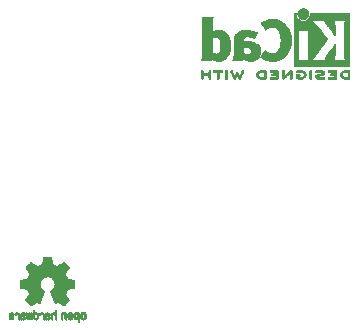
<source format=gbr>
G04 #@! TF.GenerationSoftware,KiCad,Pcbnew,(5.0.2)-1*
G04 #@! TF.CreationDate,2019-01-11T10:07:00+01:00*
G04 #@! TF.ProjectId,ATtiny44_DevBoard,41547469-6e79-4343-945f-446576426f61,rev?*
G04 #@! TF.SameCoordinates,Original*
G04 #@! TF.FileFunction,Legend,Bot*
G04 #@! TF.FilePolarity,Positive*
%FSLAX46Y46*%
G04 Gerber Fmt 4.6, Leading zero omitted, Abs format (unit mm)*
G04 Created by KiCad (PCBNEW (5.0.2)-1) date 11/01/2019 10:07:00*
%MOMM*%
%LPD*%
G01*
G04 APERTURE LIST*
%ADD10C,0.010000*%
G04 APERTURE END LIST*
D10*
G04 #@! TO.C,REF\002A\002A*
G36*
X158737043Y-77290571D02*
X158640768Y-77314809D01*
X158554184Y-77357641D01*
X158479373Y-77417419D01*
X158418418Y-77492494D01*
X158373399Y-77581220D01*
X158347136Y-77677530D01*
X158341286Y-77774795D01*
X158356140Y-77868654D01*
X158389840Y-77956511D01*
X158440528Y-78035770D01*
X158506345Y-78103836D01*
X158585434Y-78158112D01*
X158675934Y-78196002D01*
X158727200Y-78208426D01*
X158771698Y-78215947D01*
X158805999Y-78218919D01*
X158838960Y-78217094D01*
X158879434Y-78210225D01*
X158912531Y-78203250D01*
X159005947Y-78171741D01*
X159089619Y-78120617D01*
X159161665Y-78051429D01*
X159220200Y-77965728D01*
X159234148Y-77938489D01*
X159250586Y-77902122D01*
X159260894Y-77871582D01*
X159266460Y-77839450D01*
X159268669Y-77798307D01*
X159268948Y-77752222D01*
X159264861Y-77667865D01*
X159251446Y-77598586D01*
X159226256Y-77537961D01*
X159186846Y-77479567D01*
X159148298Y-77435302D01*
X159076406Y-77369484D01*
X159001313Y-77324053D01*
X158918562Y-77296850D01*
X158840928Y-77286576D01*
X158737043Y-77290571D01*
X158737043Y-77290571D01*
G37*
X158737043Y-77290571D02*
X158640768Y-77314809D01*
X158554184Y-77357641D01*
X158479373Y-77417419D01*
X158418418Y-77492494D01*
X158373399Y-77581220D01*
X158347136Y-77677530D01*
X158341286Y-77774795D01*
X158356140Y-77868654D01*
X158389840Y-77956511D01*
X158440528Y-78035770D01*
X158506345Y-78103836D01*
X158585434Y-78158112D01*
X158675934Y-78196002D01*
X158727200Y-78208426D01*
X158771698Y-78215947D01*
X158805999Y-78218919D01*
X158838960Y-78217094D01*
X158879434Y-78210225D01*
X158912531Y-78203250D01*
X159005947Y-78171741D01*
X159089619Y-78120617D01*
X159161665Y-78051429D01*
X159220200Y-77965728D01*
X159234148Y-77938489D01*
X159250586Y-77902122D01*
X159260894Y-77871582D01*
X159266460Y-77839450D01*
X159268669Y-77798307D01*
X159268948Y-77752222D01*
X159264861Y-77667865D01*
X159251446Y-77598586D01*
X159226256Y-77537961D01*
X159186846Y-77479567D01*
X159148298Y-77435302D01*
X159076406Y-77369484D01*
X159001313Y-77324053D01*
X158918562Y-77296850D01*
X158840928Y-77286576D01*
X158737043Y-77290571D01*
G36*
X150277493Y-79736245D02*
X150277474Y-79970662D01*
X150277448Y-80183603D01*
X150277375Y-80376168D01*
X150277218Y-80549459D01*
X150276936Y-80704576D01*
X150276491Y-80842620D01*
X150275844Y-80964692D01*
X150274955Y-81071894D01*
X150273787Y-81165326D01*
X150272299Y-81246090D01*
X150270454Y-81315286D01*
X150268211Y-81374015D01*
X150265531Y-81423379D01*
X150262377Y-81464478D01*
X150258708Y-81498413D01*
X150254487Y-81526286D01*
X150249673Y-81549198D01*
X150244227Y-81568249D01*
X150238112Y-81584540D01*
X150231288Y-81599173D01*
X150223715Y-81613249D01*
X150215355Y-81627868D01*
X150210161Y-81636974D01*
X150175896Y-81697689D01*
X151034045Y-81697689D01*
X151034045Y-81601733D01*
X151034776Y-81558370D01*
X151036728Y-81525205D01*
X151039537Y-81507424D01*
X151040779Y-81505778D01*
X151052201Y-81512662D01*
X151074916Y-81530505D01*
X151097615Y-81549879D01*
X151152200Y-81590614D01*
X151221679Y-81631617D01*
X151298730Y-81669123D01*
X151376035Y-81699364D01*
X151406887Y-81709012D01*
X151475384Y-81723578D01*
X151558236Y-81733539D01*
X151647629Y-81738583D01*
X151735752Y-81738396D01*
X151814793Y-81732666D01*
X151852489Y-81726858D01*
X151990586Y-81688797D01*
X152117887Y-81631073D01*
X152233708Y-81554211D01*
X152337363Y-81458739D01*
X152428167Y-81345179D01*
X152494969Y-81234381D01*
X152549836Y-81117625D01*
X152591837Y-80998276D01*
X152621833Y-80872283D01*
X152640689Y-80735594D01*
X152649268Y-80584158D01*
X152649994Y-80506711D01*
X152647900Y-80449934D01*
X151818783Y-80449934D01*
X151818576Y-80543002D01*
X151815663Y-80630692D01*
X151810000Y-80707772D01*
X151801545Y-80769009D01*
X151798962Y-80781350D01*
X151767160Y-80888633D01*
X151725502Y-80975658D01*
X151673637Y-81042642D01*
X151611219Y-81089805D01*
X151537900Y-81117365D01*
X151453331Y-81125541D01*
X151357165Y-81114551D01*
X151293689Y-81098829D01*
X151244546Y-81080639D01*
X151190417Y-81054791D01*
X151149756Y-81031089D01*
X151079200Y-80984721D01*
X151079200Y-79834530D01*
X151146608Y-79790962D01*
X151225133Y-79750040D01*
X151309319Y-79723389D01*
X151394443Y-79711465D01*
X151475784Y-79714722D01*
X151548620Y-79733615D01*
X151580574Y-79749184D01*
X151638499Y-79792181D01*
X151687456Y-79848953D01*
X151728610Y-79921575D01*
X151763126Y-80012121D01*
X151792167Y-80122666D01*
X151793448Y-80128533D01*
X151803619Y-80190788D01*
X151811261Y-80268594D01*
X151816330Y-80356720D01*
X151818783Y-80449934D01*
X152647900Y-80449934D01*
X152642143Y-80293895D01*
X152620198Y-80098059D01*
X152584214Y-79919332D01*
X152534241Y-79757845D01*
X152470332Y-79613726D01*
X152392538Y-79487106D01*
X152300911Y-79378115D01*
X152195503Y-79286883D01*
X152150338Y-79255932D01*
X152049389Y-79199785D01*
X151946099Y-79160174D01*
X151836011Y-79136014D01*
X151714670Y-79126219D01*
X151622164Y-79127265D01*
X151492510Y-79138231D01*
X151379916Y-79160046D01*
X151281125Y-79193714D01*
X151192879Y-79240236D01*
X151144014Y-79274448D01*
X151114647Y-79296362D01*
X151092957Y-79311333D01*
X151084747Y-79315733D01*
X151083132Y-79304904D01*
X151081841Y-79274251D01*
X151080862Y-79226526D01*
X151080183Y-79164479D01*
X151079790Y-79090862D01*
X151079670Y-79008427D01*
X151079812Y-78919925D01*
X151080203Y-78828107D01*
X151080829Y-78735724D01*
X151081680Y-78645528D01*
X151082740Y-78560271D01*
X151083999Y-78482703D01*
X151085444Y-78415576D01*
X151087062Y-78361641D01*
X151088839Y-78323650D01*
X151089331Y-78316667D01*
X151096908Y-78246251D01*
X151108469Y-78191102D01*
X151126208Y-78143981D01*
X151152318Y-78097647D01*
X151158585Y-78088067D01*
X151183017Y-78051378D01*
X150277689Y-78051378D01*
X150277493Y-79736245D01*
X150277493Y-79736245D01*
G37*
X150277493Y-79736245D02*
X150277474Y-79970662D01*
X150277448Y-80183603D01*
X150277375Y-80376168D01*
X150277218Y-80549459D01*
X150276936Y-80704576D01*
X150276491Y-80842620D01*
X150275844Y-80964692D01*
X150274955Y-81071894D01*
X150273787Y-81165326D01*
X150272299Y-81246090D01*
X150270454Y-81315286D01*
X150268211Y-81374015D01*
X150265531Y-81423379D01*
X150262377Y-81464478D01*
X150258708Y-81498413D01*
X150254487Y-81526286D01*
X150249673Y-81549198D01*
X150244227Y-81568249D01*
X150238112Y-81584540D01*
X150231288Y-81599173D01*
X150223715Y-81613249D01*
X150215355Y-81627868D01*
X150210161Y-81636974D01*
X150175896Y-81697689D01*
X151034045Y-81697689D01*
X151034045Y-81601733D01*
X151034776Y-81558370D01*
X151036728Y-81525205D01*
X151039537Y-81507424D01*
X151040779Y-81505778D01*
X151052201Y-81512662D01*
X151074916Y-81530505D01*
X151097615Y-81549879D01*
X151152200Y-81590614D01*
X151221679Y-81631617D01*
X151298730Y-81669123D01*
X151376035Y-81699364D01*
X151406887Y-81709012D01*
X151475384Y-81723578D01*
X151558236Y-81733539D01*
X151647629Y-81738583D01*
X151735752Y-81738396D01*
X151814793Y-81732666D01*
X151852489Y-81726858D01*
X151990586Y-81688797D01*
X152117887Y-81631073D01*
X152233708Y-81554211D01*
X152337363Y-81458739D01*
X152428167Y-81345179D01*
X152494969Y-81234381D01*
X152549836Y-81117625D01*
X152591837Y-80998276D01*
X152621833Y-80872283D01*
X152640689Y-80735594D01*
X152649268Y-80584158D01*
X152649994Y-80506711D01*
X152647900Y-80449934D01*
X151818783Y-80449934D01*
X151818576Y-80543002D01*
X151815663Y-80630692D01*
X151810000Y-80707772D01*
X151801545Y-80769009D01*
X151798962Y-80781350D01*
X151767160Y-80888633D01*
X151725502Y-80975658D01*
X151673637Y-81042642D01*
X151611219Y-81089805D01*
X151537900Y-81117365D01*
X151453331Y-81125541D01*
X151357165Y-81114551D01*
X151293689Y-81098829D01*
X151244546Y-81080639D01*
X151190417Y-81054791D01*
X151149756Y-81031089D01*
X151079200Y-80984721D01*
X151079200Y-79834530D01*
X151146608Y-79790962D01*
X151225133Y-79750040D01*
X151309319Y-79723389D01*
X151394443Y-79711465D01*
X151475784Y-79714722D01*
X151548620Y-79733615D01*
X151580574Y-79749184D01*
X151638499Y-79792181D01*
X151687456Y-79848953D01*
X151728610Y-79921575D01*
X151763126Y-80012121D01*
X151792167Y-80122666D01*
X151793448Y-80128533D01*
X151803619Y-80190788D01*
X151811261Y-80268594D01*
X151816330Y-80356720D01*
X151818783Y-80449934D01*
X152647900Y-80449934D01*
X152642143Y-80293895D01*
X152620198Y-80098059D01*
X152584214Y-79919332D01*
X152534241Y-79757845D01*
X152470332Y-79613726D01*
X152392538Y-79487106D01*
X152300911Y-79378115D01*
X152195503Y-79286883D01*
X152150338Y-79255932D01*
X152049389Y-79199785D01*
X151946099Y-79160174D01*
X151836011Y-79136014D01*
X151714670Y-79126219D01*
X151622164Y-79127265D01*
X151492510Y-79138231D01*
X151379916Y-79160046D01*
X151281125Y-79193714D01*
X151192879Y-79240236D01*
X151144014Y-79274448D01*
X151114647Y-79296362D01*
X151092957Y-79311333D01*
X151084747Y-79315733D01*
X151083132Y-79304904D01*
X151081841Y-79274251D01*
X151080862Y-79226526D01*
X151080183Y-79164479D01*
X151079790Y-79090862D01*
X151079670Y-79008427D01*
X151079812Y-78919925D01*
X151080203Y-78828107D01*
X151080829Y-78735724D01*
X151081680Y-78645528D01*
X151082740Y-78560271D01*
X151083999Y-78482703D01*
X151085444Y-78415576D01*
X151087062Y-78361641D01*
X151088839Y-78323650D01*
X151089331Y-78316667D01*
X151096908Y-78246251D01*
X151108469Y-78191102D01*
X151126208Y-78143981D01*
X151152318Y-78097647D01*
X151158585Y-78088067D01*
X151183017Y-78051378D01*
X150277689Y-78051378D01*
X150277493Y-79736245D01*
G36*
X153790426Y-79130552D02*
X153638508Y-79150567D01*
X153503244Y-79184202D01*
X153383761Y-79231725D01*
X153279185Y-79293405D01*
X153201576Y-79356965D01*
X153132735Y-79431099D01*
X153078994Y-79510871D01*
X153036090Y-79603091D01*
X153020616Y-79646161D01*
X153007756Y-79685142D01*
X152996554Y-79721289D01*
X152986880Y-79756434D01*
X152978604Y-79792410D01*
X152971597Y-79831050D01*
X152965728Y-79874185D01*
X152960869Y-79923649D01*
X152956890Y-79981273D01*
X152953660Y-80048891D01*
X152951051Y-80128334D01*
X152948933Y-80221436D01*
X152947176Y-80330027D01*
X152945651Y-80455942D01*
X152944228Y-80601012D01*
X152942975Y-80743778D01*
X152941649Y-80899968D01*
X152940444Y-81035239D01*
X152939234Y-81151246D01*
X152937894Y-81249645D01*
X152936300Y-81332093D01*
X152934325Y-81400246D01*
X152931844Y-81455760D01*
X152928731Y-81500292D01*
X152924862Y-81535498D01*
X152920111Y-81563034D01*
X152914352Y-81584556D01*
X152907461Y-81601722D01*
X152899311Y-81616186D01*
X152889777Y-81629606D01*
X152878734Y-81643638D01*
X152874434Y-81649071D01*
X152858614Y-81671910D01*
X152851578Y-81687463D01*
X152851556Y-81687922D01*
X152862433Y-81690121D01*
X152893418Y-81692147D01*
X152942043Y-81693942D01*
X153005837Y-81695451D01*
X153082331Y-81696616D01*
X153169056Y-81697380D01*
X153263543Y-81697686D01*
X153274450Y-81697689D01*
X153697343Y-81697689D01*
X153700605Y-81601622D01*
X153703867Y-81505556D01*
X153765956Y-81556543D01*
X153863286Y-81624057D01*
X153973187Y-81678749D01*
X154059651Y-81708978D01*
X154128722Y-81723666D01*
X154212075Y-81733659D01*
X154301841Y-81738646D01*
X154390155Y-81738313D01*
X154469149Y-81732351D01*
X154505378Y-81726638D01*
X154645397Y-81688776D01*
X154771822Y-81633932D01*
X154883740Y-81562924D01*
X154980238Y-81476568D01*
X155060400Y-81375679D01*
X155123313Y-81261076D01*
X155167688Y-81134984D01*
X155180022Y-81078401D01*
X155187632Y-81016202D01*
X155191261Y-80941363D01*
X155191755Y-80907467D01*
X155191690Y-80904282D01*
X154431752Y-80904282D01*
X154422459Y-80979333D01*
X154394272Y-81043160D01*
X154345803Y-81098798D01*
X154340746Y-81103211D01*
X154292452Y-81138037D01*
X154240743Y-81160620D01*
X154180011Y-81172540D01*
X154104648Y-81175383D01*
X154086541Y-81174978D01*
X154032722Y-81172325D01*
X153992692Y-81166909D01*
X153957676Y-81156745D01*
X153918897Y-81139850D01*
X153908255Y-81134672D01*
X153847604Y-81098844D01*
X153800785Y-81056212D01*
X153788048Y-81040973D01*
X153743378Y-80984462D01*
X153743378Y-80788586D01*
X153743914Y-80709939D01*
X153745604Y-80651988D01*
X153748572Y-80612875D01*
X153752943Y-80590741D01*
X153757028Y-80584274D01*
X153772953Y-80581111D01*
X153806736Y-80578488D01*
X153853660Y-80576655D01*
X153909007Y-80575857D01*
X153917894Y-80575842D01*
X154038670Y-80581096D01*
X154141340Y-80597263D01*
X154227894Y-80624961D01*
X154300319Y-80664808D01*
X154355249Y-80711758D01*
X154399796Y-80769645D01*
X154424520Y-80832693D01*
X154431752Y-80904282D01*
X155191690Y-80904282D01*
X155189822Y-80813712D01*
X155181478Y-80734812D01*
X155165232Y-80663590D01*
X155139595Y-80592864D01*
X155115599Y-80540493D01*
X155056980Y-80445196D01*
X154978883Y-80357170D01*
X154883685Y-80278017D01*
X154773762Y-80209340D01*
X154651490Y-80152741D01*
X154519245Y-80109821D01*
X154454578Y-80094882D01*
X154318396Y-80072777D01*
X154169951Y-80058194D01*
X154018495Y-80051813D01*
X153891936Y-80053445D01*
X153730050Y-80060224D01*
X153737470Y-80001245D01*
X153756762Y-79902092D01*
X153787896Y-79821372D01*
X153831731Y-79758466D01*
X153889129Y-79712756D01*
X153960952Y-79683622D01*
X154048059Y-79670447D01*
X154151314Y-79672611D01*
X154189289Y-79676612D01*
X154330480Y-79701780D01*
X154467293Y-79742814D01*
X154561822Y-79780815D01*
X154606982Y-79800190D01*
X154645415Y-79815760D01*
X154671766Y-79825405D01*
X154679454Y-79827452D01*
X154689198Y-79818374D01*
X154705917Y-79789405D01*
X154729768Y-79740217D01*
X154760907Y-79670484D01*
X154799493Y-79579879D01*
X154806090Y-79564089D01*
X154836147Y-79491772D01*
X154863126Y-79426425D01*
X154885864Y-79370906D01*
X154903194Y-79328072D01*
X154913952Y-79300781D01*
X154917059Y-79291942D01*
X154907060Y-79287187D01*
X154880783Y-79281910D01*
X154852511Y-79278231D01*
X154822354Y-79273474D01*
X154774567Y-79264028D01*
X154713388Y-79250820D01*
X154643054Y-79234776D01*
X154567806Y-79216820D01*
X154539245Y-79209797D01*
X154434184Y-79184209D01*
X154346520Y-79164147D01*
X154271932Y-79148969D01*
X154206097Y-79138035D01*
X154144693Y-79130704D01*
X154083398Y-79126335D01*
X154017890Y-79124287D01*
X153959872Y-79123889D01*
X153790426Y-79130552D01*
X153790426Y-79130552D01*
G37*
X153790426Y-79130552D02*
X153638508Y-79150567D01*
X153503244Y-79184202D01*
X153383761Y-79231725D01*
X153279185Y-79293405D01*
X153201576Y-79356965D01*
X153132735Y-79431099D01*
X153078994Y-79510871D01*
X153036090Y-79603091D01*
X153020616Y-79646161D01*
X153007756Y-79685142D01*
X152996554Y-79721289D01*
X152986880Y-79756434D01*
X152978604Y-79792410D01*
X152971597Y-79831050D01*
X152965728Y-79874185D01*
X152960869Y-79923649D01*
X152956890Y-79981273D01*
X152953660Y-80048891D01*
X152951051Y-80128334D01*
X152948933Y-80221436D01*
X152947176Y-80330027D01*
X152945651Y-80455942D01*
X152944228Y-80601012D01*
X152942975Y-80743778D01*
X152941649Y-80899968D01*
X152940444Y-81035239D01*
X152939234Y-81151246D01*
X152937894Y-81249645D01*
X152936300Y-81332093D01*
X152934325Y-81400246D01*
X152931844Y-81455760D01*
X152928731Y-81500292D01*
X152924862Y-81535498D01*
X152920111Y-81563034D01*
X152914352Y-81584556D01*
X152907461Y-81601722D01*
X152899311Y-81616186D01*
X152889777Y-81629606D01*
X152878734Y-81643638D01*
X152874434Y-81649071D01*
X152858614Y-81671910D01*
X152851578Y-81687463D01*
X152851556Y-81687922D01*
X152862433Y-81690121D01*
X152893418Y-81692147D01*
X152942043Y-81693942D01*
X153005837Y-81695451D01*
X153082331Y-81696616D01*
X153169056Y-81697380D01*
X153263543Y-81697686D01*
X153274450Y-81697689D01*
X153697343Y-81697689D01*
X153700605Y-81601622D01*
X153703867Y-81505556D01*
X153765956Y-81556543D01*
X153863286Y-81624057D01*
X153973187Y-81678749D01*
X154059651Y-81708978D01*
X154128722Y-81723666D01*
X154212075Y-81733659D01*
X154301841Y-81738646D01*
X154390155Y-81738313D01*
X154469149Y-81732351D01*
X154505378Y-81726638D01*
X154645397Y-81688776D01*
X154771822Y-81633932D01*
X154883740Y-81562924D01*
X154980238Y-81476568D01*
X155060400Y-81375679D01*
X155123313Y-81261076D01*
X155167688Y-81134984D01*
X155180022Y-81078401D01*
X155187632Y-81016202D01*
X155191261Y-80941363D01*
X155191755Y-80907467D01*
X155191690Y-80904282D01*
X154431752Y-80904282D01*
X154422459Y-80979333D01*
X154394272Y-81043160D01*
X154345803Y-81098798D01*
X154340746Y-81103211D01*
X154292452Y-81138037D01*
X154240743Y-81160620D01*
X154180011Y-81172540D01*
X154104648Y-81175383D01*
X154086541Y-81174978D01*
X154032722Y-81172325D01*
X153992692Y-81166909D01*
X153957676Y-81156745D01*
X153918897Y-81139850D01*
X153908255Y-81134672D01*
X153847604Y-81098844D01*
X153800785Y-81056212D01*
X153788048Y-81040973D01*
X153743378Y-80984462D01*
X153743378Y-80788586D01*
X153743914Y-80709939D01*
X153745604Y-80651988D01*
X153748572Y-80612875D01*
X153752943Y-80590741D01*
X153757028Y-80584274D01*
X153772953Y-80581111D01*
X153806736Y-80578488D01*
X153853660Y-80576655D01*
X153909007Y-80575857D01*
X153917894Y-80575842D01*
X154038670Y-80581096D01*
X154141340Y-80597263D01*
X154227894Y-80624961D01*
X154300319Y-80664808D01*
X154355249Y-80711758D01*
X154399796Y-80769645D01*
X154424520Y-80832693D01*
X154431752Y-80904282D01*
X155191690Y-80904282D01*
X155189822Y-80813712D01*
X155181478Y-80734812D01*
X155165232Y-80663590D01*
X155139595Y-80592864D01*
X155115599Y-80540493D01*
X155056980Y-80445196D01*
X154978883Y-80357170D01*
X154883685Y-80278017D01*
X154773762Y-80209340D01*
X154651490Y-80152741D01*
X154519245Y-80109821D01*
X154454578Y-80094882D01*
X154318396Y-80072777D01*
X154169951Y-80058194D01*
X154018495Y-80051813D01*
X153891936Y-80053445D01*
X153730050Y-80060224D01*
X153737470Y-80001245D01*
X153756762Y-79902092D01*
X153787896Y-79821372D01*
X153831731Y-79758466D01*
X153889129Y-79712756D01*
X153960952Y-79683622D01*
X154048059Y-79670447D01*
X154151314Y-79672611D01*
X154189289Y-79676612D01*
X154330480Y-79701780D01*
X154467293Y-79742814D01*
X154561822Y-79780815D01*
X154606982Y-79800190D01*
X154645415Y-79815760D01*
X154671766Y-79825405D01*
X154679454Y-79827452D01*
X154689198Y-79818374D01*
X154705917Y-79789405D01*
X154729768Y-79740217D01*
X154760907Y-79670484D01*
X154799493Y-79579879D01*
X154806090Y-79564089D01*
X154836147Y-79491772D01*
X154863126Y-79426425D01*
X154885864Y-79370906D01*
X154903194Y-79328072D01*
X154913952Y-79300781D01*
X154917059Y-79291942D01*
X154907060Y-79287187D01*
X154880783Y-79281910D01*
X154852511Y-79278231D01*
X154822354Y-79273474D01*
X154774567Y-79264028D01*
X154713388Y-79250820D01*
X154643054Y-79234776D01*
X154567806Y-79216820D01*
X154539245Y-79209797D01*
X154434184Y-79184209D01*
X154346520Y-79164147D01*
X154271932Y-79148969D01*
X154206097Y-79138035D01*
X154144693Y-79130704D01*
X154083398Y-79126335D01*
X154017890Y-79124287D01*
X153959872Y-79123889D01*
X153790426Y-79130552D01*
G36*
X156135571Y-78213071D02*
X155975430Y-78234245D01*
X155811490Y-78274385D01*
X155641687Y-78333889D01*
X155463957Y-78413154D01*
X155452690Y-78418699D01*
X155394995Y-78446725D01*
X155343448Y-78470802D01*
X155301809Y-78489249D01*
X155273838Y-78500386D01*
X155264267Y-78502933D01*
X155245050Y-78507941D01*
X155240439Y-78512147D01*
X155245542Y-78522580D01*
X155261582Y-78548868D01*
X155286712Y-78588257D01*
X155319086Y-78637991D01*
X155356857Y-78695315D01*
X155398178Y-78757476D01*
X155441202Y-78821718D01*
X155484083Y-78885285D01*
X155524974Y-78945425D01*
X155562029Y-78999380D01*
X155593400Y-79044397D01*
X155617241Y-79077721D01*
X155631706Y-79096597D01*
X155633691Y-79098787D01*
X155643809Y-79094138D01*
X155666150Y-79076962D01*
X155696720Y-79050440D01*
X155712464Y-79035964D01*
X155808953Y-78960682D01*
X155915664Y-78905241D01*
X156031168Y-78870141D01*
X156154038Y-78855880D01*
X156223439Y-78857051D01*
X156344577Y-78874212D01*
X156453795Y-78910094D01*
X156551418Y-78964959D01*
X156637772Y-79039070D01*
X156713185Y-79132688D01*
X156777982Y-79246076D01*
X156815399Y-79332667D01*
X156859252Y-79468366D01*
X156891572Y-79615850D01*
X156912443Y-79771314D01*
X156921949Y-79930956D01*
X156920173Y-80090973D01*
X156907197Y-80247561D01*
X156883106Y-80396918D01*
X156847982Y-80535240D01*
X156801908Y-80658724D01*
X156785627Y-80692978D01*
X156717380Y-80807064D01*
X156636921Y-80903557D01*
X156545430Y-80981670D01*
X156444089Y-81040617D01*
X156334080Y-81079612D01*
X156216585Y-81097868D01*
X156175117Y-81099211D01*
X156053559Y-81088290D01*
X155933122Y-81055474D01*
X155815334Y-81001439D01*
X155701723Y-80926865D01*
X155610315Y-80848539D01*
X155563785Y-80804008D01*
X155382517Y-81101271D01*
X155337420Y-81175433D01*
X155296181Y-81243646D01*
X155260265Y-81303459D01*
X155231134Y-81352420D01*
X155210250Y-81388079D01*
X155199076Y-81407984D01*
X155197625Y-81411079D01*
X155205854Y-81420718D01*
X155231433Y-81437999D01*
X155271127Y-81461283D01*
X155321703Y-81488934D01*
X155379926Y-81519315D01*
X155442563Y-81550790D01*
X155506379Y-81581722D01*
X155568140Y-81610473D01*
X155624612Y-81635408D01*
X155672562Y-81654889D01*
X155696014Y-81663318D01*
X155829779Y-81701133D01*
X155967673Y-81726136D01*
X156115378Y-81739140D01*
X156242167Y-81741468D01*
X156310122Y-81740373D01*
X156375723Y-81738275D01*
X156433153Y-81735434D01*
X156476597Y-81732106D01*
X156490702Y-81730422D01*
X156629716Y-81701587D01*
X156771243Y-81656468D01*
X156908725Y-81597750D01*
X157035606Y-81528120D01*
X157113111Y-81475441D01*
X157240519Y-81367239D01*
X157358822Y-81240671D01*
X157465828Y-81098866D01*
X157559348Y-80944951D01*
X157637190Y-80782053D01*
X157681044Y-80664756D01*
X157731292Y-80481128D01*
X157764791Y-80286581D01*
X157781551Y-80085325D01*
X157781584Y-79881568D01*
X157764899Y-79679521D01*
X157731507Y-79483392D01*
X157681420Y-79297391D01*
X157677603Y-79285803D01*
X157614719Y-79123750D01*
X157537972Y-78975832D01*
X157444758Y-78837865D01*
X157332473Y-78705661D01*
X157288608Y-78660399D01*
X157152466Y-78536457D01*
X157012509Y-78433915D01*
X156866589Y-78351656D01*
X156712558Y-78288564D01*
X156548268Y-78243523D01*
X156452711Y-78226033D01*
X156293977Y-78210466D01*
X156135571Y-78213071D01*
X156135571Y-78213071D01*
G37*
X156135571Y-78213071D02*
X155975430Y-78234245D01*
X155811490Y-78274385D01*
X155641687Y-78333889D01*
X155463957Y-78413154D01*
X155452690Y-78418699D01*
X155394995Y-78446725D01*
X155343448Y-78470802D01*
X155301809Y-78489249D01*
X155273838Y-78500386D01*
X155264267Y-78502933D01*
X155245050Y-78507941D01*
X155240439Y-78512147D01*
X155245542Y-78522580D01*
X155261582Y-78548868D01*
X155286712Y-78588257D01*
X155319086Y-78637991D01*
X155356857Y-78695315D01*
X155398178Y-78757476D01*
X155441202Y-78821718D01*
X155484083Y-78885285D01*
X155524974Y-78945425D01*
X155562029Y-78999380D01*
X155593400Y-79044397D01*
X155617241Y-79077721D01*
X155631706Y-79096597D01*
X155633691Y-79098787D01*
X155643809Y-79094138D01*
X155666150Y-79076962D01*
X155696720Y-79050440D01*
X155712464Y-79035964D01*
X155808953Y-78960682D01*
X155915664Y-78905241D01*
X156031168Y-78870141D01*
X156154038Y-78855880D01*
X156223439Y-78857051D01*
X156344577Y-78874212D01*
X156453795Y-78910094D01*
X156551418Y-78964959D01*
X156637772Y-79039070D01*
X156713185Y-79132688D01*
X156777982Y-79246076D01*
X156815399Y-79332667D01*
X156859252Y-79468366D01*
X156891572Y-79615850D01*
X156912443Y-79771314D01*
X156921949Y-79930956D01*
X156920173Y-80090973D01*
X156907197Y-80247561D01*
X156883106Y-80396918D01*
X156847982Y-80535240D01*
X156801908Y-80658724D01*
X156785627Y-80692978D01*
X156717380Y-80807064D01*
X156636921Y-80903557D01*
X156545430Y-80981670D01*
X156444089Y-81040617D01*
X156334080Y-81079612D01*
X156216585Y-81097868D01*
X156175117Y-81099211D01*
X156053559Y-81088290D01*
X155933122Y-81055474D01*
X155815334Y-81001439D01*
X155701723Y-80926865D01*
X155610315Y-80848539D01*
X155563785Y-80804008D01*
X155382517Y-81101271D01*
X155337420Y-81175433D01*
X155296181Y-81243646D01*
X155260265Y-81303459D01*
X155231134Y-81352420D01*
X155210250Y-81388079D01*
X155199076Y-81407984D01*
X155197625Y-81411079D01*
X155205854Y-81420718D01*
X155231433Y-81437999D01*
X155271127Y-81461283D01*
X155321703Y-81488934D01*
X155379926Y-81519315D01*
X155442563Y-81550790D01*
X155506379Y-81581722D01*
X155568140Y-81610473D01*
X155624612Y-81635408D01*
X155672562Y-81654889D01*
X155696014Y-81663318D01*
X155829779Y-81701133D01*
X155967673Y-81726136D01*
X156115378Y-81739140D01*
X156242167Y-81741468D01*
X156310122Y-81740373D01*
X156375723Y-81738275D01*
X156433153Y-81735434D01*
X156476597Y-81732106D01*
X156490702Y-81730422D01*
X156629716Y-81701587D01*
X156771243Y-81656468D01*
X156908725Y-81597750D01*
X157035606Y-81528120D01*
X157113111Y-81475441D01*
X157240519Y-81367239D01*
X157358822Y-81240671D01*
X157465828Y-81098866D01*
X157559348Y-80944951D01*
X157637190Y-80782053D01*
X157681044Y-80664756D01*
X157731292Y-80481128D01*
X157764791Y-80286581D01*
X157781551Y-80085325D01*
X157781584Y-79881568D01*
X157764899Y-79679521D01*
X157731507Y-79483392D01*
X157681420Y-79297391D01*
X157677603Y-79285803D01*
X157614719Y-79123750D01*
X157537972Y-78975832D01*
X157444758Y-78837865D01*
X157332473Y-78705661D01*
X157288608Y-78660399D01*
X157152466Y-78536457D01*
X157012509Y-78433915D01*
X156866589Y-78351656D01*
X156712558Y-78288564D01*
X156548268Y-78243523D01*
X156452711Y-78226033D01*
X156293977Y-78210466D01*
X156135571Y-78213071D01*
G36*
X159410400Y-77753054D02*
X159399535Y-77866993D01*
X159367918Y-77974616D01*
X159317015Y-78073615D01*
X159248293Y-78161684D01*
X159163219Y-78236516D01*
X159066232Y-78294384D01*
X158959964Y-78334005D01*
X158852950Y-78352573D01*
X158747300Y-78351434D01*
X158645125Y-78331930D01*
X158548534Y-78295406D01*
X158459638Y-78243205D01*
X158380546Y-78176673D01*
X158313369Y-78097152D01*
X158260217Y-78005987D01*
X158223199Y-77904523D01*
X158204427Y-77794102D01*
X158202489Y-77744206D01*
X158202489Y-77656267D01*
X158150560Y-77656267D01*
X158114253Y-77659111D01*
X158087355Y-77670911D01*
X158060249Y-77694649D01*
X158021867Y-77733031D01*
X158021867Y-79924602D01*
X158021876Y-80186739D01*
X158021908Y-80427241D01*
X158021972Y-80647048D01*
X158022076Y-80847101D01*
X158022227Y-81028344D01*
X158022434Y-81191716D01*
X158022706Y-81338160D01*
X158023050Y-81468617D01*
X158023474Y-81584029D01*
X158023987Y-81685338D01*
X158024597Y-81773484D01*
X158025312Y-81849410D01*
X158026140Y-81914057D01*
X158027089Y-81968367D01*
X158028167Y-82013280D01*
X158029383Y-82049740D01*
X158030745Y-82078687D01*
X158032261Y-82101063D01*
X158033938Y-82117809D01*
X158035786Y-82129868D01*
X158037813Y-82138180D01*
X158040025Y-82143687D01*
X158041108Y-82145537D01*
X158045271Y-82152549D01*
X158048805Y-82158996D01*
X158052635Y-82164900D01*
X158057682Y-82170286D01*
X158064871Y-82175178D01*
X158075123Y-82179598D01*
X158089364Y-82183572D01*
X158108514Y-82187121D01*
X158133499Y-82190270D01*
X158165240Y-82193042D01*
X158204662Y-82195461D01*
X158252686Y-82197551D01*
X158310237Y-82199335D01*
X158378237Y-82200837D01*
X158457610Y-82202080D01*
X158549279Y-82203089D01*
X158654166Y-82203885D01*
X158773196Y-82204494D01*
X158907290Y-82204939D01*
X159057373Y-82205243D01*
X159224367Y-82205430D01*
X159409196Y-82205524D01*
X159612783Y-82205548D01*
X159836050Y-82205525D01*
X160079922Y-82205480D01*
X160345321Y-82205437D01*
X160383704Y-82205432D01*
X160650682Y-82205389D01*
X160896002Y-82205318D01*
X161120583Y-82205213D01*
X161325345Y-82205066D01*
X161511206Y-82204869D01*
X161679088Y-82204616D01*
X161829908Y-82204300D01*
X161964587Y-82203913D01*
X162084044Y-82203447D01*
X162189199Y-82202897D01*
X162280971Y-82202253D01*
X162360279Y-82201511D01*
X162428043Y-82200661D01*
X162485182Y-82199697D01*
X162532617Y-82198611D01*
X162571266Y-82197397D01*
X162602049Y-82196047D01*
X162625885Y-82194555D01*
X162643694Y-82192911D01*
X162656395Y-82191111D01*
X162664908Y-82189145D01*
X162669266Y-82187477D01*
X162677728Y-82183906D01*
X162685497Y-82181270D01*
X162692602Y-82178634D01*
X162699073Y-82175062D01*
X162704939Y-82169621D01*
X162710229Y-82161375D01*
X162714974Y-82149390D01*
X162719202Y-82132731D01*
X162722943Y-82110463D01*
X162726227Y-82081652D01*
X162729083Y-82045363D01*
X162731540Y-82000661D01*
X162733629Y-81946611D01*
X162735378Y-81882279D01*
X162736817Y-81806730D01*
X162737976Y-81719030D01*
X162738883Y-81618243D01*
X162739569Y-81503434D01*
X162740063Y-81373670D01*
X162740395Y-81228015D01*
X162740593Y-81065535D01*
X162740687Y-80885295D01*
X162740708Y-80686360D01*
X162740685Y-80467796D01*
X162740646Y-80228668D01*
X162740622Y-79968040D01*
X162740622Y-79925889D01*
X162740636Y-79662992D01*
X162740661Y-79421732D01*
X162740671Y-79201165D01*
X162740642Y-79000352D01*
X162740548Y-78818349D01*
X162740362Y-78654216D01*
X162740059Y-78507011D01*
X162739614Y-78375792D01*
X162739034Y-78265867D01*
X162436197Y-78265867D01*
X162396407Y-78323711D01*
X162385236Y-78339479D01*
X162375166Y-78353441D01*
X162366138Y-78366784D01*
X162358097Y-78380693D01*
X162350986Y-78396356D01*
X162344747Y-78414958D01*
X162339325Y-78437686D01*
X162334662Y-78465727D01*
X162330701Y-78500267D01*
X162327385Y-78542492D01*
X162324659Y-78593589D01*
X162322464Y-78654744D01*
X162320745Y-78727144D01*
X162319444Y-78811975D01*
X162318505Y-78910422D01*
X162317870Y-79023674D01*
X162317484Y-79152916D01*
X162317288Y-79299334D01*
X162317227Y-79464116D01*
X162317243Y-79648447D01*
X162317280Y-79853513D01*
X162317289Y-79976133D01*
X162317265Y-80193082D01*
X162317231Y-80388642D01*
X162317243Y-80563999D01*
X162317358Y-80720341D01*
X162317630Y-80858857D01*
X162318118Y-80980734D01*
X162318876Y-81087160D01*
X162319962Y-81179322D01*
X162321431Y-81258409D01*
X162323340Y-81325608D01*
X162325744Y-81382107D01*
X162328701Y-81429093D01*
X162332266Y-81467755D01*
X162336495Y-81499280D01*
X162341446Y-81524855D01*
X162347173Y-81545670D01*
X162353733Y-81562911D01*
X162361183Y-81577765D01*
X162369579Y-81591422D01*
X162378976Y-81605069D01*
X162389432Y-81619893D01*
X162395523Y-81628783D01*
X162434296Y-81686400D01*
X161902732Y-81686400D01*
X161779483Y-81686365D01*
X161676987Y-81686215D01*
X161593420Y-81685878D01*
X161526956Y-81685286D01*
X161475771Y-81684367D01*
X161438041Y-81683051D01*
X161411940Y-81681269D01*
X161395644Y-81678951D01*
X161387328Y-81676026D01*
X161385168Y-81672424D01*
X161387339Y-81668075D01*
X161388535Y-81666645D01*
X161413685Y-81629573D01*
X161439583Y-81576772D01*
X161463192Y-81514770D01*
X161471461Y-81488357D01*
X161476078Y-81470416D01*
X161479979Y-81449355D01*
X161483248Y-81423089D01*
X161485966Y-81389532D01*
X161488215Y-81346599D01*
X161490077Y-81292204D01*
X161491636Y-81224262D01*
X161492972Y-81140688D01*
X161494169Y-81039395D01*
X161495308Y-80918300D01*
X161495685Y-80873600D01*
X161496702Y-80748449D01*
X161497460Y-80644082D01*
X161497903Y-80558707D01*
X161497970Y-80490533D01*
X161497605Y-80437765D01*
X161496748Y-80398614D01*
X161495341Y-80371285D01*
X161493325Y-80353986D01*
X161490643Y-80344926D01*
X161487236Y-80342312D01*
X161483044Y-80344351D01*
X161478571Y-80348667D01*
X161468216Y-80361602D01*
X161446158Y-80390676D01*
X161413957Y-80433759D01*
X161373174Y-80488718D01*
X161325370Y-80553423D01*
X161272105Y-80625742D01*
X161214940Y-80703544D01*
X161155437Y-80784698D01*
X161095155Y-80867072D01*
X161035655Y-80948536D01*
X160978498Y-81026957D01*
X160925245Y-81100204D01*
X160877457Y-81166147D01*
X160836693Y-81222654D01*
X160804516Y-81267593D01*
X160782485Y-81298834D01*
X160777917Y-81305466D01*
X160754996Y-81342369D01*
X160728188Y-81390359D01*
X160702789Y-81439897D01*
X160699568Y-81446577D01*
X160677890Y-81494772D01*
X160665304Y-81532334D01*
X160659574Y-81568160D01*
X160658456Y-81610200D01*
X160659090Y-81686400D01*
X159504651Y-81686400D01*
X159595815Y-81592669D01*
X159642612Y-81542775D01*
X159692899Y-81486295D01*
X159738944Y-81432026D01*
X159759369Y-81406673D01*
X159789807Y-81367128D01*
X159829862Y-81313916D01*
X159878361Y-81248667D01*
X159934135Y-81173011D01*
X159996011Y-81088577D01*
X160062819Y-80996994D01*
X160133387Y-80899892D01*
X160206545Y-80798901D01*
X160281121Y-80695650D01*
X160355944Y-80591768D01*
X160429843Y-80488885D01*
X160501646Y-80388631D01*
X160570184Y-80292636D01*
X160634284Y-80202527D01*
X160692775Y-80119936D01*
X160744486Y-80046492D01*
X160788247Y-79983824D01*
X160822885Y-79933561D01*
X160847230Y-79897334D01*
X160860111Y-79876771D01*
X160861869Y-79872668D01*
X160853910Y-79861342D01*
X160833115Y-79834162D01*
X160800847Y-79792829D01*
X160758470Y-79739044D01*
X160707347Y-79674506D01*
X160648841Y-79600918D01*
X160584314Y-79519978D01*
X160515131Y-79433388D01*
X160442653Y-79342848D01*
X160368246Y-79250060D01*
X160308517Y-79175702D01*
X159297511Y-79175702D01*
X159291602Y-79188659D01*
X159277272Y-79210908D01*
X159276225Y-79212391D01*
X159257438Y-79242544D01*
X159237791Y-79279375D01*
X159233892Y-79287511D01*
X159230356Y-79295940D01*
X159227230Y-79306059D01*
X159224486Y-79319260D01*
X159222092Y-79336938D01*
X159220019Y-79360484D01*
X159218235Y-79391293D01*
X159216712Y-79430757D01*
X159215419Y-79480269D01*
X159214326Y-79541223D01*
X159213403Y-79615011D01*
X159212619Y-79703028D01*
X159211945Y-79806665D01*
X159211350Y-79927316D01*
X159210805Y-80066374D01*
X159210279Y-80225232D01*
X159209745Y-80404089D01*
X159209206Y-80589207D01*
X159208772Y-80753145D01*
X159208509Y-80897303D01*
X159208484Y-81023079D01*
X159208765Y-81131871D01*
X159209419Y-81225077D01*
X159210514Y-81304097D01*
X159212118Y-81370328D01*
X159214297Y-81425170D01*
X159217119Y-81470021D01*
X159220651Y-81506278D01*
X159224961Y-81535341D01*
X159230117Y-81558609D01*
X159236185Y-81577479D01*
X159243233Y-81593351D01*
X159251329Y-81607622D01*
X159260540Y-81621691D01*
X159269040Y-81634158D01*
X159286176Y-81660452D01*
X159296322Y-81678037D01*
X159297511Y-81681257D01*
X159286604Y-81682334D01*
X159255411Y-81683335D01*
X159206223Y-81684235D01*
X159141333Y-81685010D01*
X159063030Y-81685637D01*
X158973607Y-81686091D01*
X158875356Y-81686349D01*
X158806445Y-81686400D01*
X158701452Y-81686180D01*
X158604610Y-81685548D01*
X158518107Y-81684549D01*
X158444132Y-81683227D01*
X158384874Y-81681626D01*
X158342520Y-81679791D01*
X158319260Y-81677765D01*
X158315378Y-81676493D01*
X158323076Y-81661591D01*
X158331074Y-81653560D01*
X158344246Y-81636434D01*
X158361485Y-81606183D01*
X158373407Y-81581622D01*
X158400045Y-81522711D01*
X158403120Y-80345845D01*
X158406195Y-79168978D01*
X158851853Y-79168978D01*
X158949670Y-79169142D01*
X159040064Y-79169611D01*
X159120630Y-79170347D01*
X159188962Y-79171316D01*
X159242656Y-79172480D01*
X159279305Y-79173803D01*
X159296504Y-79175249D01*
X159297511Y-79175702D01*
X160308517Y-79175702D01*
X160293270Y-79156722D01*
X160219090Y-79064537D01*
X160147069Y-78975204D01*
X160078569Y-78890424D01*
X160014955Y-78811898D01*
X159957588Y-78741326D01*
X159907833Y-78680409D01*
X159867052Y-78630847D01*
X159849888Y-78610178D01*
X159763596Y-78509516D01*
X159686997Y-78426259D01*
X159618183Y-78358438D01*
X159555248Y-78304089D01*
X159545867Y-78296722D01*
X159506356Y-78266117D01*
X160638116Y-78265867D01*
X160632827Y-78313844D01*
X160636130Y-78371188D01*
X160657661Y-78439463D01*
X160697635Y-78519212D01*
X160742943Y-78591495D01*
X160759161Y-78614140D01*
X160787214Y-78651696D01*
X160825430Y-78702021D01*
X160872137Y-78762973D01*
X160925661Y-78832411D01*
X160984331Y-78908194D01*
X161046475Y-78988180D01*
X161110421Y-79070228D01*
X161174495Y-79152196D01*
X161237027Y-79231943D01*
X161296343Y-79307327D01*
X161350771Y-79376207D01*
X161398639Y-79436442D01*
X161438275Y-79485889D01*
X161468006Y-79522408D01*
X161486161Y-79543858D01*
X161489220Y-79547156D01*
X161492079Y-79539149D01*
X161494293Y-79508855D01*
X161495857Y-79456556D01*
X161496767Y-79382531D01*
X161497020Y-79287063D01*
X161496613Y-79170434D01*
X161495704Y-79050445D01*
X161494382Y-78918333D01*
X161492857Y-78806594D01*
X161490881Y-78713025D01*
X161488206Y-78635419D01*
X161484582Y-78571574D01*
X161479761Y-78519283D01*
X161473494Y-78476344D01*
X161465532Y-78440551D01*
X161455627Y-78409700D01*
X161443531Y-78381586D01*
X161428993Y-78354005D01*
X161414311Y-78328966D01*
X161376314Y-78265867D01*
X162436197Y-78265867D01*
X162739034Y-78265867D01*
X162739001Y-78259617D01*
X162738195Y-78157544D01*
X162737170Y-78068633D01*
X162735900Y-77991941D01*
X162734360Y-77926527D01*
X162732524Y-77871449D01*
X162730367Y-77825765D01*
X162727863Y-77788534D01*
X162724987Y-77758813D01*
X162721713Y-77735662D01*
X162718015Y-77718139D01*
X162713869Y-77705301D01*
X162709247Y-77696208D01*
X162704126Y-77689918D01*
X162698478Y-77685488D01*
X162692279Y-77681978D01*
X162685504Y-77678445D01*
X162679508Y-77674876D01*
X162674275Y-77672300D01*
X162666099Y-77669972D01*
X162653886Y-77667878D01*
X162636541Y-77666007D01*
X162612969Y-77664347D01*
X162582077Y-77662884D01*
X162542768Y-77661608D01*
X162493950Y-77660504D01*
X162434527Y-77659561D01*
X162363404Y-77658767D01*
X162279488Y-77658109D01*
X162181683Y-77657575D01*
X162068894Y-77657153D01*
X161940029Y-77656829D01*
X161793991Y-77656592D01*
X161629686Y-77656430D01*
X161446020Y-77656330D01*
X161241897Y-77656280D01*
X161030753Y-77656267D01*
X159410400Y-77656267D01*
X159410400Y-77753054D01*
X159410400Y-77753054D01*
G37*
X159410400Y-77753054D02*
X159399535Y-77866993D01*
X159367918Y-77974616D01*
X159317015Y-78073615D01*
X159248293Y-78161684D01*
X159163219Y-78236516D01*
X159066232Y-78294384D01*
X158959964Y-78334005D01*
X158852950Y-78352573D01*
X158747300Y-78351434D01*
X158645125Y-78331930D01*
X158548534Y-78295406D01*
X158459638Y-78243205D01*
X158380546Y-78176673D01*
X158313369Y-78097152D01*
X158260217Y-78005987D01*
X158223199Y-77904523D01*
X158204427Y-77794102D01*
X158202489Y-77744206D01*
X158202489Y-77656267D01*
X158150560Y-77656267D01*
X158114253Y-77659111D01*
X158087355Y-77670911D01*
X158060249Y-77694649D01*
X158021867Y-77733031D01*
X158021867Y-79924602D01*
X158021876Y-80186739D01*
X158021908Y-80427241D01*
X158021972Y-80647048D01*
X158022076Y-80847101D01*
X158022227Y-81028344D01*
X158022434Y-81191716D01*
X158022706Y-81338160D01*
X158023050Y-81468617D01*
X158023474Y-81584029D01*
X158023987Y-81685338D01*
X158024597Y-81773484D01*
X158025312Y-81849410D01*
X158026140Y-81914057D01*
X158027089Y-81968367D01*
X158028167Y-82013280D01*
X158029383Y-82049740D01*
X158030745Y-82078687D01*
X158032261Y-82101063D01*
X158033938Y-82117809D01*
X158035786Y-82129868D01*
X158037813Y-82138180D01*
X158040025Y-82143687D01*
X158041108Y-82145537D01*
X158045271Y-82152549D01*
X158048805Y-82158996D01*
X158052635Y-82164900D01*
X158057682Y-82170286D01*
X158064871Y-82175178D01*
X158075123Y-82179598D01*
X158089364Y-82183572D01*
X158108514Y-82187121D01*
X158133499Y-82190270D01*
X158165240Y-82193042D01*
X158204662Y-82195461D01*
X158252686Y-82197551D01*
X158310237Y-82199335D01*
X158378237Y-82200837D01*
X158457610Y-82202080D01*
X158549279Y-82203089D01*
X158654166Y-82203885D01*
X158773196Y-82204494D01*
X158907290Y-82204939D01*
X159057373Y-82205243D01*
X159224367Y-82205430D01*
X159409196Y-82205524D01*
X159612783Y-82205548D01*
X159836050Y-82205525D01*
X160079922Y-82205480D01*
X160345321Y-82205437D01*
X160383704Y-82205432D01*
X160650682Y-82205389D01*
X160896002Y-82205318D01*
X161120583Y-82205213D01*
X161325345Y-82205066D01*
X161511206Y-82204869D01*
X161679088Y-82204616D01*
X161829908Y-82204300D01*
X161964587Y-82203913D01*
X162084044Y-82203447D01*
X162189199Y-82202897D01*
X162280971Y-82202253D01*
X162360279Y-82201511D01*
X162428043Y-82200661D01*
X162485182Y-82199697D01*
X162532617Y-82198611D01*
X162571266Y-82197397D01*
X162602049Y-82196047D01*
X162625885Y-82194555D01*
X162643694Y-82192911D01*
X162656395Y-82191111D01*
X162664908Y-82189145D01*
X162669266Y-82187477D01*
X162677728Y-82183906D01*
X162685497Y-82181270D01*
X162692602Y-82178634D01*
X162699073Y-82175062D01*
X162704939Y-82169621D01*
X162710229Y-82161375D01*
X162714974Y-82149390D01*
X162719202Y-82132731D01*
X162722943Y-82110463D01*
X162726227Y-82081652D01*
X162729083Y-82045363D01*
X162731540Y-82000661D01*
X162733629Y-81946611D01*
X162735378Y-81882279D01*
X162736817Y-81806730D01*
X162737976Y-81719030D01*
X162738883Y-81618243D01*
X162739569Y-81503434D01*
X162740063Y-81373670D01*
X162740395Y-81228015D01*
X162740593Y-81065535D01*
X162740687Y-80885295D01*
X162740708Y-80686360D01*
X162740685Y-80467796D01*
X162740646Y-80228668D01*
X162740622Y-79968040D01*
X162740622Y-79925889D01*
X162740636Y-79662992D01*
X162740661Y-79421732D01*
X162740671Y-79201165D01*
X162740642Y-79000352D01*
X162740548Y-78818349D01*
X162740362Y-78654216D01*
X162740059Y-78507011D01*
X162739614Y-78375792D01*
X162739034Y-78265867D01*
X162436197Y-78265867D01*
X162396407Y-78323711D01*
X162385236Y-78339479D01*
X162375166Y-78353441D01*
X162366138Y-78366784D01*
X162358097Y-78380693D01*
X162350986Y-78396356D01*
X162344747Y-78414958D01*
X162339325Y-78437686D01*
X162334662Y-78465727D01*
X162330701Y-78500267D01*
X162327385Y-78542492D01*
X162324659Y-78593589D01*
X162322464Y-78654744D01*
X162320745Y-78727144D01*
X162319444Y-78811975D01*
X162318505Y-78910422D01*
X162317870Y-79023674D01*
X162317484Y-79152916D01*
X162317288Y-79299334D01*
X162317227Y-79464116D01*
X162317243Y-79648447D01*
X162317280Y-79853513D01*
X162317289Y-79976133D01*
X162317265Y-80193082D01*
X162317231Y-80388642D01*
X162317243Y-80563999D01*
X162317358Y-80720341D01*
X162317630Y-80858857D01*
X162318118Y-80980734D01*
X162318876Y-81087160D01*
X162319962Y-81179322D01*
X162321431Y-81258409D01*
X162323340Y-81325608D01*
X162325744Y-81382107D01*
X162328701Y-81429093D01*
X162332266Y-81467755D01*
X162336495Y-81499280D01*
X162341446Y-81524855D01*
X162347173Y-81545670D01*
X162353733Y-81562911D01*
X162361183Y-81577765D01*
X162369579Y-81591422D01*
X162378976Y-81605069D01*
X162389432Y-81619893D01*
X162395523Y-81628783D01*
X162434296Y-81686400D01*
X161902732Y-81686400D01*
X161779483Y-81686365D01*
X161676987Y-81686215D01*
X161593420Y-81685878D01*
X161526956Y-81685286D01*
X161475771Y-81684367D01*
X161438041Y-81683051D01*
X161411940Y-81681269D01*
X161395644Y-81678951D01*
X161387328Y-81676026D01*
X161385168Y-81672424D01*
X161387339Y-81668075D01*
X161388535Y-81666645D01*
X161413685Y-81629573D01*
X161439583Y-81576772D01*
X161463192Y-81514770D01*
X161471461Y-81488357D01*
X161476078Y-81470416D01*
X161479979Y-81449355D01*
X161483248Y-81423089D01*
X161485966Y-81389532D01*
X161488215Y-81346599D01*
X161490077Y-81292204D01*
X161491636Y-81224262D01*
X161492972Y-81140688D01*
X161494169Y-81039395D01*
X161495308Y-80918300D01*
X161495685Y-80873600D01*
X161496702Y-80748449D01*
X161497460Y-80644082D01*
X161497903Y-80558707D01*
X161497970Y-80490533D01*
X161497605Y-80437765D01*
X161496748Y-80398614D01*
X161495341Y-80371285D01*
X161493325Y-80353986D01*
X161490643Y-80344926D01*
X161487236Y-80342312D01*
X161483044Y-80344351D01*
X161478571Y-80348667D01*
X161468216Y-80361602D01*
X161446158Y-80390676D01*
X161413957Y-80433759D01*
X161373174Y-80488718D01*
X161325370Y-80553423D01*
X161272105Y-80625742D01*
X161214940Y-80703544D01*
X161155437Y-80784698D01*
X161095155Y-80867072D01*
X161035655Y-80948536D01*
X160978498Y-81026957D01*
X160925245Y-81100204D01*
X160877457Y-81166147D01*
X160836693Y-81222654D01*
X160804516Y-81267593D01*
X160782485Y-81298834D01*
X160777917Y-81305466D01*
X160754996Y-81342369D01*
X160728188Y-81390359D01*
X160702789Y-81439897D01*
X160699568Y-81446577D01*
X160677890Y-81494772D01*
X160665304Y-81532334D01*
X160659574Y-81568160D01*
X160658456Y-81610200D01*
X160659090Y-81686400D01*
X159504651Y-81686400D01*
X159595815Y-81592669D01*
X159642612Y-81542775D01*
X159692899Y-81486295D01*
X159738944Y-81432026D01*
X159759369Y-81406673D01*
X159789807Y-81367128D01*
X159829862Y-81313916D01*
X159878361Y-81248667D01*
X159934135Y-81173011D01*
X159996011Y-81088577D01*
X160062819Y-80996994D01*
X160133387Y-80899892D01*
X160206545Y-80798901D01*
X160281121Y-80695650D01*
X160355944Y-80591768D01*
X160429843Y-80488885D01*
X160501646Y-80388631D01*
X160570184Y-80292636D01*
X160634284Y-80202527D01*
X160692775Y-80119936D01*
X160744486Y-80046492D01*
X160788247Y-79983824D01*
X160822885Y-79933561D01*
X160847230Y-79897334D01*
X160860111Y-79876771D01*
X160861869Y-79872668D01*
X160853910Y-79861342D01*
X160833115Y-79834162D01*
X160800847Y-79792829D01*
X160758470Y-79739044D01*
X160707347Y-79674506D01*
X160648841Y-79600918D01*
X160584314Y-79519978D01*
X160515131Y-79433388D01*
X160442653Y-79342848D01*
X160368246Y-79250060D01*
X160308517Y-79175702D01*
X159297511Y-79175702D01*
X159291602Y-79188659D01*
X159277272Y-79210908D01*
X159276225Y-79212391D01*
X159257438Y-79242544D01*
X159237791Y-79279375D01*
X159233892Y-79287511D01*
X159230356Y-79295940D01*
X159227230Y-79306059D01*
X159224486Y-79319260D01*
X159222092Y-79336938D01*
X159220019Y-79360484D01*
X159218235Y-79391293D01*
X159216712Y-79430757D01*
X159215419Y-79480269D01*
X159214326Y-79541223D01*
X159213403Y-79615011D01*
X159212619Y-79703028D01*
X159211945Y-79806665D01*
X159211350Y-79927316D01*
X159210805Y-80066374D01*
X159210279Y-80225232D01*
X159209745Y-80404089D01*
X159209206Y-80589207D01*
X159208772Y-80753145D01*
X159208509Y-80897303D01*
X159208484Y-81023079D01*
X159208765Y-81131871D01*
X159209419Y-81225077D01*
X159210514Y-81304097D01*
X159212118Y-81370328D01*
X159214297Y-81425170D01*
X159217119Y-81470021D01*
X159220651Y-81506278D01*
X159224961Y-81535341D01*
X159230117Y-81558609D01*
X159236185Y-81577479D01*
X159243233Y-81593351D01*
X159251329Y-81607622D01*
X159260540Y-81621691D01*
X159269040Y-81634158D01*
X159286176Y-81660452D01*
X159296322Y-81678037D01*
X159297511Y-81681257D01*
X159286604Y-81682334D01*
X159255411Y-81683335D01*
X159206223Y-81684235D01*
X159141333Y-81685010D01*
X159063030Y-81685637D01*
X158973607Y-81686091D01*
X158875356Y-81686349D01*
X158806445Y-81686400D01*
X158701452Y-81686180D01*
X158604610Y-81685548D01*
X158518107Y-81684549D01*
X158444132Y-81683227D01*
X158384874Y-81681626D01*
X158342520Y-81679791D01*
X158319260Y-81677765D01*
X158315378Y-81676493D01*
X158323076Y-81661591D01*
X158331074Y-81653560D01*
X158344246Y-81636434D01*
X158361485Y-81606183D01*
X158373407Y-81581622D01*
X158400045Y-81522711D01*
X158403120Y-80345845D01*
X158406195Y-79168978D01*
X158851853Y-79168978D01*
X158949670Y-79169142D01*
X159040064Y-79169611D01*
X159120630Y-79170347D01*
X159188962Y-79171316D01*
X159242656Y-79172480D01*
X159279305Y-79173803D01*
X159296504Y-79175249D01*
X159297511Y-79175702D01*
X160308517Y-79175702D01*
X160293270Y-79156722D01*
X160219090Y-79064537D01*
X160147069Y-78975204D01*
X160078569Y-78890424D01*
X160014955Y-78811898D01*
X159957588Y-78741326D01*
X159907833Y-78680409D01*
X159867052Y-78630847D01*
X159849888Y-78610178D01*
X159763596Y-78509516D01*
X159686997Y-78426259D01*
X159618183Y-78358438D01*
X159555248Y-78304089D01*
X159545867Y-78296722D01*
X159506356Y-78266117D01*
X160638116Y-78265867D01*
X160632827Y-78313844D01*
X160636130Y-78371188D01*
X160657661Y-78439463D01*
X160697635Y-78519212D01*
X160742943Y-78591495D01*
X160759161Y-78614140D01*
X160787214Y-78651696D01*
X160825430Y-78702021D01*
X160872137Y-78762973D01*
X160925661Y-78832411D01*
X160984331Y-78908194D01*
X161046475Y-78988180D01*
X161110421Y-79070228D01*
X161174495Y-79152196D01*
X161237027Y-79231943D01*
X161296343Y-79307327D01*
X161350771Y-79376207D01*
X161398639Y-79436442D01*
X161438275Y-79485889D01*
X161468006Y-79522408D01*
X161486161Y-79543858D01*
X161489220Y-79547156D01*
X161492079Y-79539149D01*
X161494293Y-79508855D01*
X161495857Y-79456556D01*
X161496767Y-79382531D01*
X161497020Y-79287063D01*
X161496613Y-79170434D01*
X161495704Y-79050445D01*
X161494382Y-78918333D01*
X161492857Y-78806594D01*
X161490881Y-78713025D01*
X161488206Y-78635419D01*
X161484582Y-78571574D01*
X161479761Y-78519283D01*
X161473494Y-78476344D01*
X161465532Y-78440551D01*
X161455627Y-78409700D01*
X161443531Y-78381586D01*
X161428993Y-78354005D01*
X161414311Y-78328966D01*
X161376314Y-78265867D01*
X162436197Y-78265867D01*
X162739034Y-78265867D01*
X162739001Y-78259617D01*
X162738195Y-78157544D01*
X162737170Y-78068633D01*
X162735900Y-77991941D01*
X162734360Y-77926527D01*
X162732524Y-77871449D01*
X162730367Y-77825765D01*
X162727863Y-77788534D01*
X162724987Y-77758813D01*
X162721713Y-77735662D01*
X162718015Y-77718139D01*
X162713869Y-77705301D01*
X162709247Y-77696208D01*
X162704126Y-77689918D01*
X162698478Y-77685488D01*
X162692279Y-77681978D01*
X162685504Y-77678445D01*
X162679508Y-77674876D01*
X162674275Y-77672300D01*
X162666099Y-77669972D01*
X162653886Y-77667878D01*
X162636541Y-77666007D01*
X162612969Y-77664347D01*
X162582077Y-77662884D01*
X162542768Y-77661608D01*
X162493950Y-77660504D01*
X162434527Y-77659561D01*
X162363404Y-77658767D01*
X162279488Y-77658109D01*
X162181683Y-77657575D01*
X162068894Y-77657153D01*
X161940029Y-77656829D01*
X161793991Y-77656592D01*
X161629686Y-77656430D01*
X161446020Y-77656330D01*
X161241897Y-77656280D01*
X161030753Y-77656267D01*
X159410400Y-77656267D01*
X159410400Y-77753054D01*
G36*
X150235177Y-82538533D02*
X150203798Y-82560776D01*
X150176089Y-82588485D01*
X150176089Y-82897920D01*
X150176162Y-82989799D01*
X150176505Y-83061840D01*
X150177308Y-83116780D01*
X150178759Y-83157360D01*
X150181048Y-83186317D01*
X150184364Y-83206391D01*
X150188895Y-83220321D01*
X150194831Y-83230845D01*
X150199486Y-83237100D01*
X150230217Y-83261673D01*
X150265504Y-83264341D01*
X150297755Y-83249271D01*
X150308412Y-83240374D01*
X150315536Y-83228557D01*
X150319833Y-83209526D01*
X150322009Y-83178992D01*
X150322772Y-83132662D01*
X150322845Y-83096871D01*
X150322845Y-82962045D01*
X150819556Y-82962045D01*
X150819556Y-83084700D01*
X150820069Y-83140787D01*
X150822124Y-83179333D01*
X150826492Y-83205361D01*
X150833944Y-83223897D01*
X150842953Y-83237100D01*
X150873856Y-83261604D01*
X150908804Y-83264506D01*
X150942262Y-83247089D01*
X150951396Y-83237959D01*
X150957848Y-83225855D01*
X150962103Y-83207001D01*
X150964648Y-83177620D01*
X150965971Y-83133937D01*
X150966557Y-83072175D01*
X150966625Y-83058000D01*
X150967109Y-82941631D01*
X150967359Y-82845727D01*
X150967277Y-82768177D01*
X150966769Y-82706869D01*
X150965738Y-82659690D01*
X150964087Y-82624530D01*
X150961721Y-82599276D01*
X150958543Y-82581817D01*
X150954456Y-82570041D01*
X150949366Y-82561835D01*
X150943734Y-82555645D01*
X150911872Y-82535844D01*
X150878643Y-82538533D01*
X150847265Y-82560776D01*
X150834567Y-82575126D01*
X150826474Y-82590978D01*
X150821958Y-82613554D01*
X150819994Y-82648078D01*
X150819556Y-82699776D01*
X150819556Y-82815289D01*
X150322845Y-82815289D01*
X150322845Y-82696756D01*
X150322338Y-82642148D01*
X150320302Y-82605275D01*
X150315965Y-82581307D01*
X150308553Y-82565415D01*
X150300267Y-82555645D01*
X150268406Y-82535844D01*
X150235177Y-82538533D01*
X150235177Y-82538533D01*
G37*
X150235177Y-82538533D02*
X150203798Y-82560776D01*
X150176089Y-82588485D01*
X150176089Y-82897920D01*
X150176162Y-82989799D01*
X150176505Y-83061840D01*
X150177308Y-83116780D01*
X150178759Y-83157360D01*
X150181048Y-83186317D01*
X150184364Y-83206391D01*
X150188895Y-83220321D01*
X150194831Y-83230845D01*
X150199486Y-83237100D01*
X150230217Y-83261673D01*
X150265504Y-83264341D01*
X150297755Y-83249271D01*
X150308412Y-83240374D01*
X150315536Y-83228557D01*
X150319833Y-83209526D01*
X150322009Y-83178992D01*
X150322772Y-83132662D01*
X150322845Y-83096871D01*
X150322845Y-82962045D01*
X150819556Y-82962045D01*
X150819556Y-83084700D01*
X150820069Y-83140787D01*
X150822124Y-83179333D01*
X150826492Y-83205361D01*
X150833944Y-83223897D01*
X150842953Y-83237100D01*
X150873856Y-83261604D01*
X150908804Y-83264506D01*
X150942262Y-83247089D01*
X150951396Y-83237959D01*
X150957848Y-83225855D01*
X150962103Y-83207001D01*
X150964648Y-83177620D01*
X150965971Y-83133937D01*
X150966557Y-83072175D01*
X150966625Y-83058000D01*
X150967109Y-82941631D01*
X150967359Y-82845727D01*
X150967277Y-82768177D01*
X150966769Y-82706869D01*
X150965738Y-82659690D01*
X150964087Y-82624530D01*
X150961721Y-82599276D01*
X150958543Y-82581817D01*
X150954456Y-82570041D01*
X150949366Y-82561835D01*
X150943734Y-82555645D01*
X150911872Y-82535844D01*
X150878643Y-82538533D01*
X150847265Y-82560776D01*
X150834567Y-82575126D01*
X150826474Y-82590978D01*
X150821958Y-82613554D01*
X150819994Y-82648078D01*
X150819556Y-82699776D01*
X150819556Y-82815289D01*
X150322845Y-82815289D01*
X150322845Y-82696756D01*
X150322338Y-82642148D01*
X150320302Y-82605275D01*
X150315965Y-82581307D01*
X150308553Y-82565415D01*
X150300267Y-82555645D01*
X150268406Y-82535844D01*
X150235177Y-82538533D01*
G36*
X151500935Y-82533163D02*
X151422228Y-82533542D01*
X151361137Y-82534333D01*
X151315183Y-82535670D01*
X151281886Y-82537683D01*
X151258764Y-82540506D01*
X151243338Y-82544269D01*
X151233129Y-82549105D01*
X151228187Y-82552822D01*
X151202543Y-82585358D01*
X151199441Y-82619138D01*
X151215289Y-82649826D01*
X151225652Y-82662089D01*
X151236804Y-82670450D01*
X151252965Y-82675657D01*
X151278358Y-82678457D01*
X151317202Y-82679596D01*
X151373720Y-82679821D01*
X151384820Y-82679822D01*
X151530756Y-82679822D01*
X151530756Y-82950756D01*
X151530852Y-83036154D01*
X151531289Y-83101864D01*
X151532288Y-83150774D01*
X151534072Y-83185773D01*
X151536863Y-83209749D01*
X151540883Y-83225593D01*
X151546355Y-83236191D01*
X151553334Y-83244267D01*
X151586266Y-83264112D01*
X151620646Y-83262548D01*
X151651824Y-83239906D01*
X151654114Y-83237100D01*
X151661571Y-83226492D01*
X151667253Y-83214081D01*
X151671399Y-83196850D01*
X151674250Y-83171784D01*
X151676046Y-83135867D01*
X151677028Y-83086083D01*
X151677436Y-83019417D01*
X151677511Y-82943589D01*
X151677511Y-82679822D01*
X151816873Y-82679822D01*
X151876678Y-82679418D01*
X151918082Y-82677840D01*
X151945252Y-82674547D01*
X151962354Y-82668992D01*
X151973557Y-82660631D01*
X151974917Y-82659178D01*
X151991275Y-82625939D01*
X151989828Y-82588362D01*
X151971022Y-82555645D01*
X151963750Y-82549298D01*
X151954373Y-82544266D01*
X151940391Y-82540396D01*
X151919304Y-82537537D01*
X151888611Y-82535535D01*
X151845811Y-82534239D01*
X151788405Y-82533498D01*
X151713890Y-82533158D01*
X151619767Y-82533068D01*
X151599740Y-82533067D01*
X151500935Y-82533163D01*
X151500935Y-82533163D01*
G37*
X151500935Y-82533163D02*
X151422228Y-82533542D01*
X151361137Y-82534333D01*
X151315183Y-82535670D01*
X151281886Y-82537683D01*
X151258764Y-82540506D01*
X151243338Y-82544269D01*
X151233129Y-82549105D01*
X151228187Y-82552822D01*
X151202543Y-82585358D01*
X151199441Y-82619138D01*
X151215289Y-82649826D01*
X151225652Y-82662089D01*
X151236804Y-82670450D01*
X151252965Y-82675657D01*
X151278358Y-82678457D01*
X151317202Y-82679596D01*
X151373720Y-82679821D01*
X151384820Y-82679822D01*
X151530756Y-82679822D01*
X151530756Y-82950756D01*
X151530852Y-83036154D01*
X151531289Y-83101864D01*
X151532288Y-83150774D01*
X151534072Y-83185773D01*
X151536863Y-83209749D01*
X151540883Y-83225593D01*
X151546355Y-83236191D01*
X151553334Y-83244267D01*
X151586266Y-83264112D01*
X151620646Y-83262548D01*
X151651824Y-83239906D01*
X151654114Y-83237100D01*
X151661571Y-83226492D01*
X151667253Y-83214081D01*
X151671399Y-83196850D01*
X151674250Y-83171784D01*
X151676046Y-83135867D01*
X151677028Y-83086083D01*
X151677436Y-83019417D01*
X151677511Y-82943589D01*
X151677511Y-82679822D01*
X151816873Y-82679822D01*
X151876678Y-82679418D01*
X151918082Y-82677840D01*
X151945252Y-82674547D01*
X151962354Y-82668992D01*
X151973557Y-82660631D01*
X151974917Y-82659178D01*
X151991275Y-82625939D01*
X151989828Y-82588362D01*
X151971022Y-82555645D01*
X151963750Y-82549298D01*
X151954373Y-82544266D01*
X151940391Y-82540396D01*
X151919304Y-82537537D01*
X151888611Y-82535535D01*
X151845811Y-82534239D01*
X151788405Y-82533498D01*
X151713890Y-82533158D01*
X151619767Y-82533068D01*
X151599740Y-82533067D01*
X151500935Y-82533163D01*
G36*
X152275386Y-82539877D02*
X152251673Y-82554647D01*
X152225022Y-82576227D01*
X152225022Y-82897773D01*
X152225107Y-82991830D01*
X152225471Y-83065932D01*
X152226276Y-83122704D01*
X152227687Y-83164768D01*
X152229867Y-83194748D01*
X152232979Y-83215267D01*
X152237186Y-83228949D01*
X152242652Y-83238416D01*
X152246528Y-83243082D01*
X152277966Y-83263575D01*
X152313767Y-83262739D01*
X152345127Y-83245264D01*
X152371778Y-83223684D01*
X152371778Y-82576227D01*
X152345127Y-82554647D01*
X152319406Y-82538949D01*
X152298400Y-82533067D01*
X152275386Y-82539877D01*
X152275386Y-82539877D01*
G37*
X152275386Y-82539877D02*
X152251673Y-82554647D01*
X152225022Y-82576227D01*
X152225022Y-82897773D01*
X152225107Y-82991830D01*
X152225471Y-83065932D01*
X152226276Y-83122704D01*
X152227687Y-83164768D01*
X152229867Y-83194748D01*
X152232979Y-83215267D01*
X152237186Y-83228949D01*
X152242652Y-83238416D01*
X152246528Y-83243082D01*
X152277966Y-83263575D01*
X152313767Y-83262739D01*
X152345127Y-83245264D01*
X152371778Y-83223684D01*
X152371778Y-82576227D01*
X152345127Y-82554647D01*
X152319406Y-82538949D01*
X152298400Y-82533067D01*
X152275386Y-82539877D01*
G36*
X152719335Y-82535034D02*
X152699745Y-82542035D01*
X152698990Y-82542377D01*
X152672387Y-82562678D01*
X152657730Y-82583561D01*
X152654862Y-82593352D01*
X152655004Y-82606361D01*
X152659039Y-82624895D01*
X152667854Y-82651257D01*
X152682331Y-82687752D01*
X152703355Y-82736687D01*
X152731812Y-82800365D01*
X152768585Y-82881093D01*
X152788825Y-82925216D01*
X152825375Y-83003985D01*
X152859685Y-83076423D01*
X152890448Y-83139880D01*
X152916352Y-83191708D01*
X152936090Y-83229259D01*
X152948350Y-83249884D01*
X152950776Y-83252733D01*
X152981817Y-83265302D01*
X153016879Y-83263619D01*
X153045000Y-83248332D01*
X153046146Y-83247089D01*
X153057332Y-83230154D01*
X153076096Y-83197170D01*
X153100125Y-83152380D01*
X153127103Y-83100032D01*
X153136799Y-83080742D01*
X153209986Y-82934150D01*
X153289760Y-83093393D01*
X153318233Y-83148415D01*
X153344650Y-83196132D01*
X153366852Y-83232893D01*
X153382681Y-83255044D01*
X153388046Y-83259741D01*
X153429743Y-83266102D01*
X153464151Y-83252733D01*
X153474272Y-83238446D01*
X153491786Y-83206692D01*
X153515265Y-83160597D01*
X153543280Y-83103285D01*
X153574401Y-83037880D01*
X153607201Y-82967507D01*
X153640250Y-82895291D01*
X153672119Y-82824355D01*
X153701381Y-82757825D01*
X153726605Y-82698826D01*
X153746364Y-82650481D01*
X153759228Y-82615915D01*
X153763769Y-82598253D01*
X153763723Y-82597613D01*
X153752674Y-82575388D01*
X153730590Y-82552753D01*
X153729290Y-82551768D01*
X153702147Y-82536425D01*
X153677042Y-82536574D01*
X153667632Y-82539466D01*
X153656166Y-82545718D01*
X153643990Y-82558014D01*
X153629643Y-82578908D01*
X153611664Y-82610949D01*
X153588593Y-82656688D01*
X153558970Y-82718677D01*
X153532255Y-82775898D01*
X153501520Y-82842226D01*
X153473979Y-82901874D01*
X153451062Y-82951725D01*
X153434202Y-82988664D01*
X153424827Y-83009573D01*
X153423460Y-83012845D01*
X153417311Y-83007497D01*
X153403178Y-82985109D01*
X153382943Y-82948946D01*
X153358485Y-82902277D01*
X153348752Y-82883022D01*
X153315783Y-82818004D01*
X153290357Y-82770654D01*
X153270388Y-82738219D01*
X153253790Y-82717946D01*
X153238476Y-82707082D01*
X153222360Y-82702875D01*
X153211857Y-82702400D01*
X153193330Y-82704042D01*
X153177096Y-82710831D01*
X153160965Y-82725566D01*
X153142749Y-82751044D01*
X153120261Y-82790061D01*
X153091311Y-82845414D01*
X153075338Y-82876903D01*
X153049430Y-82927087D01*
X153026833Y-82968704D01*
X153009542Y-82998242D01*
X152999550Y-83012189D01*
X152998191Y-83012770D01*
X152991739Y-83001793D01*
X152977292Y-82973290D01*
X152956297Y-82930244D01*
X152930203Y-82875638D01*
X152900454Y-82812454D01*
X152885820Y-82781071D01*
X152847750Y-82700078D01*
X152817095Y-82637756D01*
X152792263Y-82592071D01*
X152771663Y-82560989D01*
X152753702Y-82542478D01*
X152736790Y-82534504D01*
X152719335Y-82535034D01*
X152719335Y-82535034D01*
G37*
X152719335Y-82535034D02*
X152699745Y-82542035D01*
X152698990Y-82542377D01*
X152672387Y-82562678D01*
X152657730Y-82583561D01*
X152654862Y-82593352D01*
X152655004Y-82606361D01*
X152659039Y-82624895D01*
X152667854Y-82651257D01*
X152682331Y-82687752D01*
X152703355Y-82736687D01*
X152731812Y-82800365D01*
X152768585Y-82881093D01*
X152788825Y-82925216D01*
X152825375Y-83003985D01*
X152859685Y-83076423D01*
X152890448Y-83139880D01*
X152916352Y-83191708D01*
X152936090Y-83229259D01*
X152948350Y-83249884D01*
X152950776Y-83252733D01*
X152981817Y-83265302D01*
X153016879Y-83263619D01*
X153045000Y-83248332D01*
X153046146Y-83247089D01*
X153057332Y-83230154D01*
X153076096Y-83197170D01*
X153100125Y-83152380D01*
X153127103Y-83100032D01*
X153136799Y-83080742D01*
X153209986Y-82934150D01*
X153289760Y-83093393D01*
X153318233Y-83148415D01*
X153344650Y-83196132D01*
X153366852Y-83232893D01*
X153382681Y-83255044D01*
X153388046Y-83259741D01*
X153429743Y-83266102D01*
X153464151Y-83252733D01*
X153474272Y-83238446D01*
X153491786Y-83206692D01*
X153515265Y-83160597D01*
X153543280Y-83103285D01*
X153574401Y-83037880D01*
X153607201Y-82967507D01*
X153640250Y-82895291D01*
X153672119Y-82824355D01*
X153701381Y-82757825D01*
X153726605Y-82698826D01*
X153746364Y-82650481D01*
X153759228Y-82615915D01*
X153763769Y-82598253D01*
X153763723Y-82597613D01*
X153752674Y-82575388D01*
X153730590Y-82552753D01*
X153729290Y-82551768D01*
X153702147Y-82536425D01*
X153677042Y-82536574D01*
X153667632Y-82539466D01*
X153656166Y-82545718D01*
X153643990Y-82558014D01*
X153629643Y-82578908D01*
X153611664Y-82610949D01*
X153588593Y-82656688D01*
X153558970Y-82718677D01*
X153532255Y-82775898D01*
X153501520Y-82842226D01*
X153473979Y-82901874D01*
X153451062Y-82951725D01*
X153434202Y-82988664D01*
X153424827Y-83009573D01*
X153423460Y-83012845D01*
X153417311Y-83007497D01*
X153403178Y-82985109D01*
X153382943Y-82948946D01*
X153358485Y-82902277D01*
X153348752Y-82883022D01*
X153315783Y-82818004D01*
X153290357Y-82770654D01*
X153270388Y-82738219D01*
X153253790Y-82717946D01*
X153238476Y-82707082D01*
X153222360Y-82702875D01*
X153211857Y-82702400D01*
X153193330Y-82704042D01*
X153177096Y-82710831D01*
X153160965Y-82725566D01*
X153142749Y-82751044D01*
X153120261Y-82790061D01*
X153091311Y-82845414D01*
X153075338Y-82876903D01*
X153049430Y-82927087D01*
X153026833Y-82968704D01*
X153009542Y-82998242D01*
X152999550Y-83012189D01*
X152998191Y-83012770D01*
X152991739Y-83001793D01*
X152977292Y-82973290D01*
X152956297Y-82930244D01*
X152930203Y-82875638D01*
X152900454Y-82812454D01*
X152885820Y-82781071D01*
X152847750Y-82700078D01*
X152817095Y-82637756D01*
X152792263Y-82592071D01*
X152771663Y-82560989D01*
X152753702Y-82542478D01*
X152736790Y-82534504D01*
X152719335Y-82535034D01*
G36*
X155445691Y-82533275D02*
X155316712Y-82537636D01*
X155207009Y-82550861D01*
X155114774Y-82573741D01*
X155038198Y-82607070D01*
X154975473Y-82651638D01*
X154924788Y-82708236D01*
X154884337Y-82777658D01*
X154883541Y-82779351D01*
X154859399Y-82841483D01*
X154850797Y-82896509D01*
X154857769Y-82951887D01*
X154880346Y-83015073D01*
X154884628Y-83024689D01*
X154913828Y-83080966D01*
X154946644Y-83124451D01*
X154988998Y-83161417D01*
X155046810Y-83198135D01*
X155050169Y-83200052D01*
X155100496Y-83224227D01*
X155157379Y-83242282D01*
X155224473Y-83254839D01*
X155305435Y-83262522D01*
X155403918Y-83265953D01*
X155438714Y-83266251D01*
X155604406Y-83266845D01*
X155627803Y-83237100D01*
X155634743Y-83227319D01*
X155640158Y-83215897D01*
X155644235Y-83200095D01*
X155647163Y-83177175D01*
X155649133Y-83144396D01*
X155649775Y-83120089D01*
X155493156Y-83120089D01*
X155399274Y-83120089D01*
X155344336Y-83118483D01*
X155287940Y-83114255D01*
X155241655Y-83108292D01*
X155238861Y-83107790D01*
X155156652Y-83085736D01*
X155092886Y-83052600D01*
X155045548Y-83006847D01*
X155012618Y-82946939D01*
X155006892Y-82931061D01*
X155001279Y-82906333D01*
X155003709Y-82881902D01*
X155015533Y-82849400D01*
X155022660Y-82833434D01*
X155046000Y-82791006D01*
X155074120Y-82761240D01*
X155105060Y-82740511D01*
X155167034Y-82713537D01*
X155246349Y-82693998D01*
X155338747Y-82682746D01*
X155405667Y-82680270D01*
X155493156Y-82679822D01*
X155493156Y-83120089D01*
X155649775Y-83120089D01*
X155650332Y-83099021D01*
X155650950Y-83038311D01*
X155651175Y-82959526D01*
X155651200Y-82897920D01*
X155651200Y-82588485D01*
X155623491Y-82560776D01*
X155611194Y-82549544D01*
X155597897Y-82541853D01*
X155579328Y-82537040D01*
X155551214Y-82534446D01*
X155509283Y-82533410D01*
X155449263Y-82533270D01*
X155445691Y-82533275D01*
X155445691Y-82533275D01*
G37*
X155445691Y-82533275D02*
X155316712Y-82537636D01*
X155207009Y-82550861D01*
X155114774Y-82573741D01*
X155038198Y-82607070D01*
X154975473Y-82651638D01*
X154924788Y-82708236D01*
X154884337Y-82777658D01*
X154883541Y-82779351D01*
X154859399Y-82841483D01*
X154850797Y-82896509D01*
X154857769Y-82951887D01*
X154880346Y-83015073D01*
X154884628Y-83024689D01*
X154913828Y-83080966D01*
X154946644Y-83124451D01*
X154988998Y-83161417D01*
X155046810Y-83198135D01*
X155050169Y-83200052D01*
X155100496Y-83224227D01*
X155157379Y-83242282D01*
X155224473Y-83254839D01*
X155305435Y-83262522D01*
X155403918Y-83265953D01*
X155438714Y-83266251D01*
X155604406Y-83266845D01*
X155627803Y-83237100D01*
X155634743Y-83227319D01*
X155640158Y-83215897D01*
X155644235Y-83200095D01*
X155647163Y-83177175D01*
X155649133Y-83144396D01*
X155649775Y-83120089D01*
X155493156Y-83120089D01*
X155399274Y-83120089D01*
X155344336Y-83118483D01*
X155287940Y-83114255D01*
X155241655Y-83108292D01*
X155238861Y-83107790D01*
X155156652Y-83085736D01*
X155092886Y-83052600D01*
X155045548Y-83006847D01*
X155012618Y-82946939D01*
X155006892Y-82931061D01*
X155001279Y-82906333D01*
X155003709Y-82881902D01*
X155015533Y-82849400D01*
X155022660Y-82833434D01*
X155046000Y-82791006D01*
X155074120Y-82761240D01*
X155105060Y-82740511D01*
X155167034Y-82713537D01*
X155246349Y-82693998D01*
X155338747Y-82682746D01*
X155405667Y-82680270D01*
X155493156Y-82679822D01*
X155493156Y-83120089D01*
X155649775Y-83120089D01*
X155650332Y-83099021D01*
X155650950Y-83038311D01*
X155651175Y-82959526D01*
X155651200Y-82897920D01*
X155651200Y-82588485D01*
X155623491Y-82560776D01*
X155611194Y-82549544D01*
X155597897Y-82541853D01*
X155579328Y-82537040D01*
X155551214Y-82534446D01*
X155509283Y-82533410D01*
X155449263Y-82533270D01*
X155445691Y-82533275D01*
G36*
X156233657Y-82533260D02*
X156157299Y-82534174D01*
X156098783Y-82536311D01*
X156055745Y-82540175D01*
X156025817Y-82546267D01*
X156006632Y-82555090D01*
X155995824Y-82567146D01*
X155991027Y-82582939D01*
X155989873Y-82602970D01*
X155989867Y-82605335D01*
X155990869Y-82627992D01*
X155995604Y-82645503D01*
X156006667Y-82658574D01*
X156026652Y-82667913D01*
X156058154Y-82674227D01*
X156103768Y-82678222D01*
X156166087Y-82680606D01*
X156247707Y-82682086D01*
X156272723Y-82682414D01*
X156514800Y-82685467D01*
X156518186Y-82750378D01*
X156521571Y-82815289D01*
X156353424Y-82815289D01*
X156287734Y-82815531D01*
X156240828Y-82816556D01*
X156208917Y-82818811D01*
X156188209Y-82822742D01*
X156174916Y-82828798D01*
X156165245Y-82837424D01*
X156165183Y-82837493D01*
X156147644Y-82871112D01*
X156148278Y-82907448D01*
X156166686Y-82938423D01*
X156170329Y-82941607D01*
X156183259Y-82949812D01*
X156200976Y-82955521D01*
X156227430Y-82959162D01*
X156266568Y-82961167D01*
X156322338Y-82961964D01*
X156358006Y-82962045D01*
X156520445Y-82962045D01*
X156520445Y-83120089D01*
X156273839Y-83120089D01*
X156192420Y-83120231D01*
X156130590Y-83120814D01*
X156085363Y-83122068D01*
X156053752Y-83124227D01*
X156032769Y-83127523D01*
X156019427Y-83132189D01*
X156010739Y-83138457D01*
X156008550Y-83140733D01*
X155992386Y-83172280D01*
X155991203Y-83208168D01*
X156004464Y-83239285D01*
X156014957Y-83249271D01*
X156025871Y-83254769D01*
X156042783Y-83259022D01*
X156068367Y-83262180D01*
X156105299Y-83264392D01*
X156156254Y-83265806D01*
X156223906Y-83266572D01*
X156310931Y-83266838D01*
X156330606Y-83266845D01*
X156419089Y-83266787D01*
X156487773Y-83266467D01*
X156539436Y-83265667D01*
X156576855Y-83264167D01*
X156602810Y-83261749D01*
X156620078Y-83258194D01*
X156631438Y-83253282D01*
X156639668Y-83246795D01*
X156644183Y-83242138D01*
X156650979Y-83233889D01*
X156656288Y-83223669D01*
X156660294Y-83208800D01*
X156663179Y-83186602D01*
X156665126Y-83154393D01*
X156666319Y-83109496D01*
X156666939Y-83049228D01*
X156667171Y-82970911D01*
X156667200Y-82904994D01*
X156667129Y-82812628D01*
X156666792Y-82740117D01*
X156666002Y-82684737D01*
X156664574Y-82643765D01*
X156662321Y-82614478D01*
X156659057Y-82594153D01*
X156654596Y-82580066D01*
X156648752Y-82569495D01*
X156643803Y-82562811D01*
X156620406Y-82533067D01*
X156330226Y-82533067D01*
X156233657Y-82533260D01*
X156233657Y-82533260D01*
G37*
X156233657Y-82533260D02*
X156157299Y-82534174D01*
X156098783Y-82536311D01*
X156055745Y-82540175D01*
X156025817Y-82546267D01*
X156006632Y-82555090D01*
X155995824Y-82567146D01*
X155991027Y-82582939D01*
X155989873Y-82602970D01*
X155989867Y-82605335D01*
X155990869Y-82627992D01*
X155995604Y-82645503D01*
X156006667Y-82658574D01*
X156026652Y-82667913D01*
X156058154Y-82674227D01*
X156103768Y-82678222D01*
X156166087Y-82680606D01*
X156247707Y-82682086D01*
X156272723Y-82682414D01*
X156514800Y-82685467D01*
X156518186Y-82750378D01*
X156521571Y-82815289D01*
X156353424Y-82815289D01*
X156287734Y-82815531D01*
X156240828Y-82816556D01*
X156208917Y-82818811D01*
X156188209Y-82822742D01*
X156174916Y-82828798D01*
X156165245Y-82837424D01*
X156165183Y-82837493D01*
X156147644Y-82871112D01*
X156148278Y-82907448D01*
X156166686Y-82938423D01*
X156170329Y-82941607D01*
X156183259Y-82949812D01*
X156200976Y-82955521D01*
X156227430Y-82959162D01*
X156266568Y-82961167D01*
X156322338Y-82961964D01*
X156358006Y-82962045D01*
X156520445Y-82962045D01*
X156520445Y-83120089D01*
X156273839Y-83120089D01*
X156192420Y-83120231D01*
X156130590Y-83120814D01*
X156085363Y-83122068D01*
X156053752Y-83124227D01*
X156032769Y-83127523D01*
X156019427Y-83132189D01*
X156010739Y-83138457D01*
X156008550Y-83140733D01*
X155992386Y-83172280D01*
X155991203Y-83208168D01*
X156004464Y-83239285D01*
X156014957Y-83249271D01*
X156025871Y-83254769D01*
X156042783Y-83259022D01*
X156068367Y-83262180D01*
X156105299Y-83264392D01*
X156156254Y-83265806D01*
X156223906Y-83266572D01*
X156310931Y-83266838D01*
X156330606Y-83266845D01*
X156419089Y-83266787D01*
X156487773Y-83266467D01*
X156539436Y-83265667D01*
X156576855Y-83264167D01*
X156602810Y-83261749D01*
X156620078Y-83258194D01*
X156631438Y-83253282D01*
X156639668Y-83246795D01*
X156644183Y-83242138D01*
X156650979Y-83233889D01*
X156656288Y-83223669D01*
X156660294Y-83208800D01*
X156663179Y-83186602D01*
X156665126Y-83154393D01*
X156666319Y-83109496D01*
X156666939Y-83049228D01*
X156667171Y-82970911D01*
X156667200Y-82904994D01*
X156667129Y-82812628D01*
X156666792Y-82740117D01*
X156666002Y-82684737D01*
X156664574Y-82643765D01*
X156662321Y-82614478D01*
X156659057Y-82594153D01*
X156654596Y-82580066D01*
X156648752Y-82569495D01*
X156643803Y-82562811D01*
X156620406Y-82533067D01*
X156330226Y-82533067D01*
X156233657Y-82533260D01*
G36*
X157764114Y-82537448D02*
X157740548Y-82551273D01*
X157709735Y-82573881D01*
X157670078Y-82606338D01*
X157619980Y-82649708D01*
X157557843Y-82705058D01*
X157482072Y-82773451D01*
X157395334Y-82852084D01*
X157214711Y-83015878D01*
X157209067Y-82796029D01*
X157207029Y-82720351D01*
X157205063Y-82663994D01*
X157202734Y-82623706D01*
X157199606Y-82596235D01*
X157195245Y-82578329D01*
X157189216Y-82566737D01*
X157181084Y-82558208D01*
X157176772Y-82554623D01*
X157142241Y-82535670D01*
X157109383Y-82538441D01*
X157083318Y-82554633D01*
X157056667Y-82576199D01*
X157053352Y-82891151D01*
X157052435Y-82983779D01*
X157051968Y-83056544D01*
X157052113Y-83112161D01*
X157053032Y-83153342D01*
X157054887Y-83182803D01*
X157057839Y-83203255D01*
X157062050Y-83217413D01*
X157067682Y-83227991D01*
X157073927Y-83236474D01*
X157087439Y-83252207D01*
X157100883Y-83262636D01*
X157116124Y-83266639D01*
X157135026Y-83263094D01*
X157159455Y-83250879D01*
X157191273Y-83228871D01*
X157232348Y-83195949D01*
X157284542Y-83150991D01*
X157349722Y-83092875D01*
X157423556Y-83026099D01*
X157688845Y-82785458D01*
X157694489Y-83004589D01*
X157696531Y-83080128D01*
X157698502Y-83136354D01*
X157700839Y-83176524D01*
X157703981Y-83203896D01*
X157708364Y-83221728D01*
X157714424Y-83233279D01*
X157722600Y-83241807D01*
X157726784Y-83245282D01*
X157763765Y-83264372D01*
X157798708Y-83261493D01*
X157829136Y-83237100D01*
X157836097Y-83227286D01*
X157841523Y-83215826D01*
X157845603Y-83199968D01*
X157848529Y-83176963D01*
X157850492Y-83144062D01*
X157851683Y-83098516D01*
X157852292Y-83037573D01*
X157852511Y-82958486D01*
X157852534Y-82899956D01*
X157852460Y-82808407D01*
X157852113Y-82736687D01*
X157851301Y-82682045D01*
X157849833Y-82641732D01*
X157847519Y-82612998D01*
X157844167Y-82593093D01*
X157839588Y-82579268D01*
X157833589Y-82568772D01*
X157829136Y-82562811D01*
X157817850Y-82548691D01*
X157807301Y-82538029D01*
X157795893Y-82531892D01*
X157782030Y-82531343D01*
X157764114Y-82537448D01*
X157764114Y-82537448D01*
G37*
X157764114Y-82537448D02*
X157740548Y-82551273D01*
X157709735Y-82573881D01*
X157670078Y-82606338D01*
X157619980Y-82649708D01*
X157557843Y-82705058D01*
X157482072Y-82773451D01*
X157395334Y-82852084D01*
X157214711Y-83015878D01*
X157209067Y-82796029D01*
X157207029Y-82720351D01*
X157205063Y-82663994D01*
X157202734Y-82623706D01*
X157199606Y-82596235D01*
X157195245Y-82578329D01*
X157189216Y-82566737D01*
X157181084Y-82558208D01*
X157176772Y-82554623D01*
X157142241Y-82535670D01*
X157109383Y-82538441D01*
X157083318Y-82554633D01*
X157056667Y-82576199D01*
X157053352Y-82891151D01*
X157052435Y-82983779D01*
X157051968Y-83056544D01*
X157052113Y-83112161D01*
X157053032Y-83153342D01*
X157054887Y-83182803D01*
X157057839Y-83203255D01*
X157062050Y-83217413D01*
X157067682Y-83227991D01*
X157073927Y-83236474D01*
X157087439Y-83252207D01*
X157100883Y-83262636D01*
X157116124Y-83266639D01*
X157135026Y-83263094D01*
X157159455Y-83250879D01*
X157191273Y-83228871D01*
X157232348Y-83195949D01*
X157284542Y-83150991D01*
X157349722Y-83092875D01*
X157423556Y-83026099D01*
X157688845Y-82785458D01*
X157694489Y-83004589D01*
X157696531Y-83080128D01*
X157698502Y-83136354D01*
X157700839Y-83176524D01*
X157703981Y-83203896D01*
X157708364Y-83221728D01*
X157714424Y-83233279D01*
X157722600Y-83241807D01*
X157726784Y-83245282D01*
X157763765Y-83264372D01*
X157798708Y-83261493D01*
X157829136Y-83237100D01*
X157836097Y-83227286D01*
X157841523Y-83215826D01*
X157845603Y-83199968D01*
X157848529Y-83176963D01*
X157850492Y-83144062D01*
X157851683Y-83098516D01*
X157852292Y-83037573D01*
X157852511Y-82958486D01*
X157852534Y-82899956D01*
X157852460Y-82808407D01*
X157852113Y-82736687D01*
X157851301Y-82682045D01*
X157849833Y-82641732D01*
X157847519Y-82612998D01*
X157844167Y-82593093D01*
X157839588Y-82579268D01*
X157833589Y-82568772D01*
X157829136Y-82562811D01*
X157817850Y-82548691D01*
X157807301Y-82538029D01*
X157795893Y-82531892D01*
X157782030Y-82531343D01*
X157764114Y-82537448D01*
G36*
X158414081Y-82538599D02*
X158345565Y-82550095D01*
X158292943Y-82567967D01*
X158258708Y-82591499D01*
X158249379Y-82604924D01*
X158239893Y-82636148D01*
X158246277Y-82664395D01*
X158266430Y-82691182D01*
X158297745Y-82703713D01*
X158343183Y-82702696D01*
X158378326Y-82695906D01*
X158456419Y-82682971D01*
X158536226Y-82681742D01*
X158625555Y-82692241D01*
X158650229Y-82696690D01*
X158733291Y-82720108D01*
X158798273Y-82754945D01*
X158844461Y-82800604D01*
X158871145Y-82856494D01*
X158876663Y-82885388D01*
X158873051Y-82944012D01*
X158849729Y-82995879D01*
X158808824Y-83039978D01*
X158752459Y-83075299D01*
X158682760Y-83100829D01*
X158601852Y-83115559D01*
X158511860Y-83118478D01*
X158414910Y-83108575D01*
X158409436Y-83107641D01*
X158370875Y-83100459D01*
X158349494Y-83093521D01*
X158340227Y-83083227D01*
X158338006Y-83065976D01*
X158337956Y-83056841D01*
X158337956Y-83018489D01*
X158406431Y-83018489D01*
X158466900Y-83014347D01*
X158508165Y-83001147D01*
X158532175Y-82977730D01*
X158540877Y-82942936D01*
X158540983Y-82938394D01*
X158535892Y-82908654D01*
X158518433Y-82887419D01*
X158485939Y-82873366D01*
X158435743Y-82865173D01*
X158387123Y-82862161D01*
X158316456Y-82860433D01*
X158265198Y-82863070D01*
X158230239Y-82872800D01*
X158208470Y-82892353D01*
X158196780Y-82924456D01*
X158192060Y-82971838D01*
X158191200Y-83034071D01*
X158192609Y-83103535D01*
X158196848Y-83150786D01*
X158203936Y-83176012D01*
X158205311Y-83177988D01*
X158244228Y-83209508D01*
X158301286Y-83234470D01*
X158372869Y-83252340D01*
X158455358Y-83262586D01*
X158545139Y-83264673D01*
X158638592Y-83258068D01*
X158693556Y-83249956D01*
X158779766Y-83225554D01*
X158859892Y-83185662D01*
X158926977Y-83133887D01*
X158937173Y-83123539D01*
X158970302Y-83080035D01*
X159000194Y-83026118D01*
X159023357Y-82969592D01*
X159036298Y-82918259D01*
X159037858Y-82898544D01*
X159031218Y-82857419D01*
X159013568Y-82806252D01*
X158988297Y-82752394D01*
X158958789Y-82703195D01*
X158932719Y-82670334D01*
X158871765Y-82621452D01*
X158792969Y-82582545D01*
X158699157Y-82554494D01*
X158593150Y-82538179D01*
X158496000Y-82534192D01*
X158414081Y-82538599D01*
X158414081Y-82538599D01*
G37*
X158414081Y-82538599D02*
X158345565Y-82550095D01*
X158292943Y-82567967D01*
X158258708Y-82591499D01*
X158249379Y-82604924D01*
X158239893Y-82636148D01*
X158246277Y-82664395D01*
X158266430Y-82691182D01*
X158297745Y-82703713D01*
X158343183Y-82702696D01*
X158378326Y-82695906D01*
X158456419Y-82682971D01*
X158536226Y-82681742D01*
X158625555Y-82692241D01*
X158650229Y-82696690D01*
X158733291Y-82720108D01*
X158798273Y-82754945D01*
X158844461Y-82800604D01*
X158871145Y-82856494D01*
X158876663Y-82885388D01*
X158873051Y-82944012D01*
X158849729Y-82995879D01*
X158808824Y-83039978D01*
X158752459Y-83075299D01*
X158682760Y-83100829D01*
X158601852Y-83115559D01*
X158511860Y-83118478D01*
X158414910Y-83108575D01*
X158409436Y-83107641D01*
X158370875Y-83100459D01*
X158349494Y-83093521D01*
X158340227Y-83083227D01*
X158338006Y-83065976D01*
X158337956Y-83056841D01*
X158337956Y-83018489D01*
X158406431Y-83018489D01*
X158466900Y-83014347D01*
X158508165Y-83001147D01*
X158532175Y-82977730D01*
X158540877Y-82942936D01*
X158540983Y-82938394D01*
X158535892Y-82908654D01*
X158518433Y-82887419D01*
X158485939Y-82873366D01*
X158435743Y-82865173D01*
X158387123Y-82862161D01*
X158316456Y-82860433D01*
X158265198Y-82863070D01*
X158230239Y-82872800D01*
X158208470Y-82892353D01*
X158196780Y-82924456D01*
X158192060Y-82971838D01*
X158191200Y-83034071D01*
X158192609Y-83103535D01*
X158196848Y-83150786D01*
X158203936Y-83176012D01*
X158205311Y-83177988D01*
X158244228Y-83209508D01*
X158301286Y-83234470D01*
X158372869Y-83252340D01*
X158455358Y-83262586D01*
X158545139Y-83264673D01*
X158638592Y-83258068D01*
X158693556Y-83249956D01*
X158779766Y-83225554D01*
X158859892Y-83185662D01*
X158926977Y-83133887D01*
X158937173Y-83123539D01*
X158970302Y-83080035D01*
X159000194Y-83026118D01*
X159023357Y-82969592D01*
X159036298Y-82918259D01*
X159037858Y-82898544D01*
X159031218Y-82857419D01*
X159013568Y-82806252D01*
X158988297Y-82752394D01*
X158958789Y-82703195D01*
X158932719Y-82670334D01*
X158871765Y-82621452D01*
X158792969Y-82582545D01*
X158699157Y-82554494D01*
X158593150Y-82538179D01*
X158496000Y-82534192D01*
X158414081Y-82538599D01*
G36*
X159387822Y-82555645D02*
X159381242Y-82563218D01*
X159376079Y-82572987D01*
X159372164Y-82587571D01*
X159369324Y-82609585D01*
X159367387Y-82641648D01*
X159366183Y-82686375D01*
X159365539Y-82746385D01*
X159365284Y-82824294D01*
X159365245Y-82899956D01*
X159365314Y-82993802D01*
X159365638Y-83067689D01*
X159366386Y-83124232D01*
X159367732Y-83166049D01*
X159369846Y-83195757D01*
X159372900Y-83215973D01*
X159377066Y-83229314D01*
X159382516Y-83238398D01*
X159387822Y-83244267D01*
X159420826Y-83263947D01*
X159455991Y-83262181D01*
X159487455Y-83240717D01*
X159494684Y-83232337D01*
X159500334Y-83222614D01*
X159504599Y-83208861D01*
X159507673Y-83188389D01*
X159509752Y-83158512D01*
X159511030Y-83116541D01*
X159511701Y-83059789D01*
X159511959Y-82985567D01*
X159512000Y-82901537D01*
X159512000Y-82588485D01*
X159484291Y-82560776D01*
X159450137Y-82537463D01*
X159417006Y-82536623D01*
X159387822Y-82555645D01*
X159387822Y-82555645D01*
G37*
X159387822Y-82555645D02*
X159381242Y-82563218D01*
X159376079Y-82572987D01*
X159372164Y-82587571D01*
X159369324Y-82609585D01*
X159367387Y-82641648D01*
X159366183Y-82686375D01*
X159365539Y-82746385D01*
X159365284Y-82824294D01*
X159365245Y-82899956D01*
X159365314Y-82993802D01*
X159365638Y-83067689D01*
X159366386Y-83124232D01*
X159367732Y-83166049D01*
X159369846Y-83195757D01*
X159372900Y-83215973D01*
X159377066Y-83229314D01*
X159382516Y-83238398D01*
X159387822Y-83244267D01*
X159420826Y-83263947D01*
X159455991Y-83262181D01*
X159487455Y-83240717D01*
X159494684Y-83232337D01*
X159500334Y-83222614D01*
X159504599Y-83208861D01*
X159507673Y-83188389D01*
X159509752Y-83158512D01*
X159511030Y-83116541D01*
X159511701Y-83059789D01*
X159511959Y-82985567D01*
X159512000Y-82901537D01*
X159512000Y-82588485D01*
X159484291Y-82560776D01*
X159450137Y-82537463D01*
X159417006Y-82536623D01*
X159387822Y-82555645D01*
G36*
X160155703Y-82534351D02*
X160080888Y-82539581D01*
X160011306Y-82547750D01*
X159951002Y-82558550D01*
X159904020Y-82571673D01*
X159874406Y-82586813D01*
X159869860Y-82591269D01*
X159854054Y-82625850D01*
X159858847Y-82661351D01*
X159883364Y-82691725D01*
X159884534Y-82692596D01*
X159898954Y-82701954D01*
X159914008Y-82706876D01*
X159935005Y-82707473D01*
X159967257Y-82703861D01*
X160016073Y-82696154D01*
X160020000Y-82695505D01*
X160092739Y-82686569D01*
X160171217Y-82682161D01*
X160249927Y-82682119D01*
X160323361Y-82686279D01*
X160386011Y-82694479D01*
X160432370Y-82706557D01*
X160435416Y-82707771D01*
X160469048Y-82726615D01*
X160480864Y-82745685D01*
X160471614Y-82764439D01*
X160442047Y-82782337D01*
X160392911Y-82798837D01*
X160324957Y-82813396D01*
X160279645Y-82820406D01*
X160185456Y-82833889D01*
X160110544Y-82846214D01*
X160051717Y-82858449D01*
X160005785Y-82871661D01*
X159969555Y-82886917D01*
X159939838Y-82905285D01*
X159913442Y-82927831D01*
X159892230Y-82949971D01*
X159867065Y-82980819D01*
X159854681Y-83007345D01*
X159850808Y-83040026D01*
X159850667Y-83051995D01*
X159853576Y-83091712D01*
X159865202Y-83121259D01*
X159885323Y-83147486D01*
X159926216Y-83187576D01*
X159971817Y-83218149D01*
X160025513Y-83240203D01*
X160090692Y-83254735D01*
X160170744Y-83262741D01*
X160269057Y-83265218D01*
X160285289Y-83265177D01*
X160350849Y-83263818D01*
X160415866Y-83260730D01*
X160473252Y-83256356D01*
X160515922Y-83251140D01*
X160519372Y-83250541D01*
X160561796Y-83240491D01*
X160597780Y-83227796D01*
X160618150Y-83216190D01*
X160637107Y-83185572D01*
X160638427Y-83149918D01*
X160622085Y-83118144D01*
X160618429Y-83114551D01*
X160603315Y-83103876D01*
X160584415Y-83099276D01*
X160555162Y-83100059D01*
X160519651Y-83104127D01*
X160479970Y-83107762D01*
X160424345Y-83110828D01*
X160359406Y-83113053D01*
X160291785Y-83114164D01*
X160274000Y-83114237D01*
X160206128Y-83113964D01*
X160156454Y-83112646D01*
X160120610Y-83109827D01*
X160094224Y-83105050D01*
X160072926Y-83097857D01*
X160060126Y-83091867D01*
X160032000Y-83075233D01*
X160014068Y-83060168D01*
X160011447Y-83055897D01*
X160016976Y-83038263D01*
X160043260Y-83021192D01*
X160088478Y-83005458D01*
X160150808Y-82991838D01*
X160169171Y-82988804D01*
X160265090Y-82973738D01*
X160341641Y-82961146D01*
X160401780Y-82950111D01*
X160448460Y-82939720D01*
X160484637Y-82929056D01*
X160513265Y-82917205D01*
X160537298Y-82903251D01*
X160559692Y-82886281D01*
X160583402Y-82865378D01*
X160591380Y-82858049D01*
X160619353Y-82830699D01*
X160634160Y-82809029D01*
X160639952Y-82784232D01*
X160640889Y-82752983D01*
X160630575Y-82691705D01*
X160599752Y-82639640D01*
X160548595Y-82596958D01*
X160477283Y-82563825D01*
X160426400Y-82548964D01*
X160371100Y-82539366D01*
X160304853Y-82533936D01*
X160231706Y-82532367D01*
X160155703Y-82534351D01*
X160155703Y-82534351D01*
G37*
X160155703Y-82534351D02*
X160080888Y-82539581D01*
X160011306Y-82547750D01*
X159951002Y-82558550D01*
X159904020Y-82571673D01*
X159874406Y-82586813D01*
X159869860Y-82591269D01*
X159854054Y-82625850D01*
X159858847Y-82661351D01*
X159883364Y-82691725D01*
X159884534Y-82692596D01*
X159898954Y-82701954D01*
X159914008Y-82706876D01*
X159935005Y-82707473D01*
X159967257Y-82703861D01*
X160016073Y-82696154D01*
X160020000Y-82695505D01*
X160092739Y-82686569D01*
X160171217Y-82682161D01*
X160249927Y-82682119D01*
X160323361Y-82686279D01*
X160386011Y-82694479D01*
X160432370Y-82706557D01*
X160435416Y-82707771D01*
X160469048Y-82726615D01*
X160480864Y-82745685D01*
X160471614Y-82764439D01*
X160442047Y-82782337D01*
X160392911Y-82798837D01*
X160324957Y-82813396D01*
X160279645Y-82820406D01*
X160185456Y-82833889D01*
X160110544Y-82846214D01*
X160051717Y-82858449D01*
X160005785Y-82871661D01*
X159969555Y-82886917D01*
X159939838Y-82905285D01*
X159913442Y-82927831D01*
X159892230Y-82949971D01*
X159867065Y-82980819D01*
X159854681Y-83007345D01*
X159850808Y-83040026D01*
X159850667Y-83051995D01*
X159853576Y-83091712D01*
X159865202Y-83121259D01*
X159885323Y-83147486D01*
X159926216Y-83187576D01*
X159971817Y-83218149D01*
X160025513Y-83240203D01*
X160090692Y-83254735D01*
X160170744Y-83262741D01*
X160269057Y-83265218D01*
X160285289Y-83265177D01*
X160350849Y-83263818D01*
X160415866Y-83260730D01*
X160473252Y-83256356D01*
X160515922Y-83251140D01*
X160519372Y-83250541D01*
X160561796Y-83240491D01*
X160597780Y-83227796D01*
X160618150Y-83216190D01*
X160637107Y-83185572D01*
X160638427Y-83149918D01*
X160622085Y-83118144D01*
X160618429Y-83114551D01*
X160603315Y-83103876D01*
X160584415Y-83099276D01*
X160555162Y-83100059D01*
X160519651Y-83104127D01*
X160479970Y-83107762D01*
X160424345Y-83110828D01*
X160359406Y-83113053D01*
X160291785Y-83114164D01*
X160274000Y-83114237D01*
X160206128Y-83113964D01*
X160156454Y-83112646D01*
X160120610Y-83109827D01*
X160094224Y-83105050D01*
X160072926Y-83097857D01*
X160060126Y-83091867D01*
X160032000Y-83075233D01*
X160014068Y-83060168D01*
X160011447Y-83055897D01*
X160016976Y-83038263D01*
X160043260Y-83021192D01*
X160088478Y-83005458D01*
X160150808Y-82991838D01*
X160169171Y-82988804D01*
X160265090Y-82973738D01*
X160341641Y-82961146D01*
X160401780Y-82950111D01*
X160448460Y-82939720D01*
X160484637Y-82929056D01*
X160513265Y-82917205D01*
X160537298Y-82903251D01*
X160559692Y-82886281D01*
X160583402Y-82865378D01*
X160591380Y-82858049D01*
X160619353Y-82830699D01*
X160634160Y-82809029D01*
X160639952Y-82784232D01*
X160640889Y-82752983D01*
X160630575Y-82691705D01*
X160599752Y-82639640D01*
X160548595Y-82596958D01*
X160477283Y-82563825D01*
X160426400Y-82548964D01*
X160371100Y-82539366D01*
X160304853Y-82533936D01*
X160231706Y-82532367D01*
X160155703Y-82534351D01*
G36*
X161176794Y-82533146D02*
X161107386Y-82533518D01*
X161054997Y-82534385D01*
X161016847Y-82535946D01*
X160990159Y-82538403D01*
X160972153Y-82541957D01*
X160960049Y-82546810D01*
X160951069Y-82553161D01*
X160947818Y-82556084D01*
X160928043Y-82587142D01*
X160924482Y-82622828D01*
X160937491Y-82654510D01*
X160943506Y-82660913D01*
X160953235Y-82667121D01*
X160968901Y-82671910D01*
X160993408Y-82675514D01*
X161029661Y-82678164D01*
X161080565Y-82680095D01*
X161149026Y-82681539D01*
X161211617Y-82682418D01*
X161459334Y-82685467D01*
X161462719Y-82750378D01*
X161466105Y-82815289D01*
X161297958Y-82815289D01*
X161224959Y-82815919D01*
X161171517Y-82818553D01*
X161134628Y-82824309D01*
X161111288Y-82834304D01*
X161098494Y-82849656D01*
X161093242Y-82871482D01*
X161092445Y-82891738D01*
X161094923Y-82916592D01*
X161104277Y-82934906D01*
X161123383Y-82947637D01*
X161155118Y-82955741D01*
X161202359Y-82960176D01*
X161267983Y-82961899D01*
X161303801Y-82962045D01*
X161464978Y-82962045D01*
X161464978Y-83120089D01*
X161216622Y-83120089D01*
X161135213Y-83120202D01*
X161073342Y-83120712D01*
X161027968Y-83121870D01*
X160996054Y-83123930D01*
X160974559Y-83127146D01*
X160960443Y-83131772D01*
X160950668Y-83138059D01*
X160945689Y-83142667D01*
X160928610Y-83169560D01*
X160923111Y-83193467D01*
X160930963Y-83222667D01*
X160945689Y-83244267D01*
X160953546Y-83251066D01*
X160963688Y-83256346D01*
X160978844Y-83260298D01*
X161001741Y-83263113D01*
X161035109Y-83264982D01*
X161081675Y-83266098D01*
X161144167Y-83266651D01*
X161225314Y-83266833D01*
X161267422Y-83266845D01*
X161357598Y-83266765D01*
X161427924Y-83266398D01*
X161481129Y-83265552D01*
X161519940Y-83264036D01*
X161547087Y-83261659D01*
X161565298Y-83258229D01*
X161577300Y-83253554D01*
X161585822Y-83247444D01*
X161589156Y-83244267D01*
X161595755Y-83236670D01*
X161600927Y-83226870D01*
X161604846Y-83212239D01*
X161607684Y-83190152D01*
X161609615Y-83157982D01*
X161610812Y-83113103D01*
X161611448Y-83052889D01*
X161611697Y-82974713D01*
X161611734Y-82901923D01*
X161611700Y-82808707D01*
X161611465Y-82735431D01*
X161610830Y-82679458D01*
X161609594Y-82638151D01*
X161607556Y-82608872D01*
X161604517Y-82588984D01*
X161600277Y-82575850D01*
X161594635Y-82566832D01*
X161587391Y-82559293D01*
X161585606Y-82557612D01*
X161576945Y-82550172D01*
X161566882Y-82544409D01*
X161552625Y-82540112D01*
X161531383Y-82537064D01*
X161500364Y-82535051D01*
X161456777Y-82533860D01*
X161397831Y-82533275D01*
X161320734Y-82533083D01*
X161266001Y-82533067D01*
X161176794Y-82533146D01*
X161176794Y-82533146D01*
G37*
X161176794Y-82533146D02*
X161107386Y-82533518D01*
X161054997Y-82534385D01*
X161016847Y-82535946D01*
X160990159Y-82538403D01*
X160972153Y-82541957D01*
X160960049Y-82546810D01*
X160951069Y-82553161D01*
X160947818Y-82556084D01*
X160928043Y-82587142D01*
X160924482Y-82622828D01*
X160937491Y-82654510D01*
X160943506Y-82660913D01*
X160953235Y-82667121D01*
X160968901Y-82671910D01*
X160993408Y-82675514D01*
X161029661Y-82678164D01*
X161080565Y-82680095D01*
X161149026Y-82681539D01*
X161211617Y-82682418D01*
X161459334Y-82685467D01*
X161462719Y-82750378D01*
X161466105Y-82815289D01*
X161297958Y-82815289D01*
X161224959Y-82815919D01*
X161171517Y-82818553D01*
X161134628Y-82824309D01*
X161111288Y-82834304D01*
X161098494Y-82849656D01*
X161093242Y-82871482D01*
X161092445Y-82891738D01*
X161094923Y-82916592D01*
X161104277Y-82934906D01*
X161123383Y-82947637D01*
X161155118Y-82955741D01*
X161202359Y-82960176D01*
X161267983Y-82961899D01*
X161303801Y-82962045D01*
X161464978Y-82962045D01*
X161464978Y-83120089D01*
X161216622Y-83120089D01*
X161135213Y-83120202D01*
X161073342Y-83120712D01*
X161027968Y-83121870D01*
X160996054Y-83123930D01*
X160974559Y-83127146D01*
X160960443Y-83131772D01*
X160950668Y-83138059D01*
X160945689Y-83142667D01*
X160928610Y-83169560D01*
X160923111Y-83193467D01*
X160930963Y-83222667D01*
X160945689Y-83244267D01*
X160953546Y-83251066D01*
X160963688Y-83256346D01*
X160978844Y-83260298D01*
X161001741Y-83263113D01*
X161035109Y-83264982D01*
X161081675Y-83266098D01*
X161144167Y-83266651D01*
X161225314Y-83266833D01*
X161267422Y-83266845D01*
X161357598Y-83266765D01*
X161427924Y-83266398D01*
X161481129Y-83265552D01*
X161519940Y-83264036D01*
X161547087Y-83261659D01*
X161565298Y-83258229D01*
X161577300Y-83253554D01*
X161585822Y-83247444D01*
X161589156Y-83244267D01*
X161595755Y-83236670D01*
X161600927Y-83226870D01*
X161604846Y-83212239D01*
X161607684Y-83190152D01*
X161609615Y-83157982D01*
X161610812Y-83113103D01*
X161611448Y-83052889D01*
X161611697Y-82974713D01*
X161611734Y-82901923D01*
X161611700Y-82808707D01*
X161611465Y-82735431D01*
X161610830Y-82679458D01*
X161609594Y-82638151D01*
X161607556Y-82608872D01*
X161604517Y-82588984D01*
X161600277Y-82575850D01*
X161594635Y-82566832D01*
X161587391Y-82559293D01*
X161585606Y-82557612D01*
X161576945Y-82550172D01*
X161566882Y-82544409D01*
X161552625Y-82540112D01*
X161531383Y-82537064D01*
X161500364Y-82535051D01*
X161456777Y-82533860D01*
X161397831Y-82533275D01*
X161320734Y-82533083D01*
X161266001Y-82533067D01*
X161176794Y-82533146D01*
G36*
X162585371Y-82533066D02*
X162545889Y-82533467D01*
X162430200Y-82536259D01*
X162333311Y-82544550D01*
X162251919Y-82559232D01*
X162182723Y-82581193D01*
X162122420Y-82611322D01*
X162067708Y-82650510D01*
X162048167Y-82667532D01*
X162015750Y-82707363D01*
X161986520Y-82761413D01*
X161963991Y-82821323D01*
X161951679Y-82878739D01*
X161950400Y-82899956D01*
X161958417Y-82958769D01*
X161979899Y-83023013D01*
X162010999Y-83083821D01*
X162047866Y-83132330D01*
X162053854Y-83138182D01*
X162104579Y-83179321D01*
X162160125Y-83211435D01*
X162223696Y-83235365D01*
X162298494Y-83251953D01*
X162387722Y-83262041D01*
X162494582Y-83266469D01*
X162543528Y-83266845D01*
X162605762Y-83266545D01*
X162649528Y-83265292D01*
X162678931Y-83262554D01*
X162698079Y-83257801D01*
X162711077Y-83250501D01*
X162718045Y-83244267D01*
X162724626Y-83236694D01*
X162729788Y-83226924D01*
X162733703Y-83212340D01*
X162736543Y-83190326D01*
X162738480Y-83158264D01*
X162739684Y-83113536D01*
X162740328Y-83053526D01*
X162740583Y-82975617D01*
X162740622Y-82899956D01*
X162740870Y-82799041D01*
X162740817Y-82718427D01*
X162739857Y-82679822D01*
X162593867Y-82679822D01*
X162593867Y-83120089D01*
X162500734Y-83120004D01*
X162444693Y-83118396D01*
X162385999Y-83114256D01*
X162337028Y-83108464D01*
X162335538Y-83108226D01*
X162256392Y-83089090D01*
X162195002Y-83059287D01*
X162148305Y-83016878D01*
X162118635Y-82970961D01*
X162100353Y-82920026D01*
X162101771Y-82872200D01*
X162122988Y-82820933D01*
X162164489Y-82767899D01*
X162221998Y-82728600D01*
X162296750Y-82702331D01*
X162346708Y-82693035D01*
X162403416Y-82686507D01*
X162463519Y-82681782D01*
X162514639Y-82679817D01*
X162517667Y-82679808D01*
X162593867Y-82679822D01*
X162739857Y-82679822D01*
X162739260Y-82655851D01*
X162734998Y-82609055D01*
X162726830Y-82575778D01*
X162713556Y-82553759D01*
X162693974Y-82540739D01*
X162666883Y-82534457D01*
X162631082Y-82532653D01*
X162585371Y-82533066D01*
X162585371Y-82533066D01*
G37*
X162585371Y-82533066D02*
X162545889Y-82533467D01*
X162430200Y-82536259D01*
X162333311Y-82544550D01*
X162251919Y-82559232D01*
X162182723Y-82581193D01*
X162122420Y-82611322D01*
X162067708Y-82650510D01*
X162048167Y-82667532D01*
X162015750Y-82707363D01*
X161986520Y-82761413D01*
X161963991Y-82821323D01*
X161951679Y-82878739D01*
X161950400Y-82899956D01*
X161958417Y-82958769D01*
X161979899Y-83023013D01*
X162010999Y-83083821D01*
X162047866Y-83132330D01*
X162053854Y-83138182D01*
X162104579Y-83179321D01*
X162160125Y-83211435D01*
X162223696Y-83235365D01*
X162298494Y-83251953D01*
X162387722Y-83262041D01*
X162494582Y-83266469D01*
X162543528Y-83266845D01*
X162605762Y-83266545D01*
X162649528Y-83265292D01*
X162678931Y-83262554D01*
X162698079Y-83257801D01*
X162711077Y-83250501D01*
X162718045Y-83244267D01*
X162724626Y-83236694D01*
X162729788Y-83226924D01*
X162733703Y-83212340D01*
X162736543Y-83190326D01*
X162738480Y-83158264D01*
X162739684Y-83113536D01*
X162740328Y-83053526D01*
X162740583Y-82975617D01*
X162740622Y-82899956D01*
X162740870Y-82799041D01*
X162740817Y-82718427D01*
X162739857Y-82679822D01*
X162593867Y-82679822D01*
X162593867Y-83120089D01*
X162500734Y-83120004D01*
X162444693Y-83118396D01*
X162385999Y-83114256D01*
X162337028Y-83108464D01*
X162335538Y-83108226D01*
X162256392Y-83089090D01*
X162195002Y-83059287D01*
X162148305Y-83016878D01*
X162118635Y-82970961D01*
X162100353Y-82920026D01*
X162101771Y-82872200D01*
X162122988Y-82820933D01*
X162164489Y-82767899D01*
X162221998Y-82728600D01*
X162296750Y-82702331D01*
X162346708Y-82693035D01*
X162403416Y-82686507D01*
X162463519Y-82681782D01*
X162514639Y-82679817D01*
X162517667Y-82679808D01*
X162593867Y-82679822D01*
X162739857Y-82679822D01*
X162739260Y-82655851D01*
X162734998Y-82609055D01*
X162726830Y-82575778D01*
X162713556Y-82553759D01*
X162693974Y-82540739D01*
X162666883Y-82534457D01*
X162631082Y-82532653D01*
X162585371Y-82533066D01*
G36*
X137056090Y-98334348D02*
X136977546Y-98334778D01*
X136920702Y-98335942D01*
X136881895Y-98338207D01*
X136857462Y-98341940D01*
X136843738Y-98347506D01*
X136837060Y-98355273D01*
X136833764Y-98365605D01*
X136833444Y-98366943D01*
X136828438Y-98391079D01*
X136819171Y-98438701D01*
X136806608Y-98504741D01*
X136791713Y-98584128D01*
X136775449Y-98671796D01*
X136774881Y-98674875D01*
X136758590Y-98760789D01*
X136743348Y-98836696D01*
X136730139Y-98898045D01*
X136719946Y-98940282D01*
X136713752Y-98958855D01*
X136713457Y-98959184D01*
X136695212Y-98968253D01*
X136657595Y-98983367D01*
X136608729Y-99001262D01*
X136608457Y-99001358D01*
X136546907Y-99024493D01*
X136474343Y-99053965D01*
X136405943Y-99083597D01*
X136402706Y-99085062D01*
X136291298Y-99135626D01*
X136044601Y-98967160D01*
X135968923Y-98915803D01*
X135900369Y-98869889D01*
X135842912Y-98832030D01*
X135800524Y-98804837D01*
X135777175Y-98790921D01*
X135774958Y-98789889D01*
X135757990Y-98794484D01*
X135726299Y-98816655D01*
X135678648Y-98857447D01*
X135613802Y-98917905D01*
X135547603Y-98982227D01*
X135483786Y-99045612D01*
X135426671Y-99103451D01*
X135379695Y-99152175D01*
X135346297Y-99188210D01*
X135329915Y-99207984D01*
X135329306Y-99209002D01*
X135327495Y-99222572D01*
X135334317Y-99244733D01*
X135351460Y-99278478D01*
X135380607Y-99326800D01*
X135423445Y-99392692D01*
X135480552Y-99477517D01*
X135531234Y-99552177D01*
X135576539Y-99619140D01*
X135613850Y-99674516D01*
X135640548Y-99714420D01*
X135654015Y-99734962D01*
X135654863Y-99736356D01*
X135653219Y-99756038D01*
X135640755Y-99794293D01*
X135619952Y-99843889D01*
X135612538Y-99859728D01*
X135580186Y-99930290D01*
X135545672Y-100010353D01*
X135517635Y-100079629D01*
X135497432Y-100131045D01*
X135481385Y-100170119D01*
X135472112Y-100190541D01*
X135470959Y-100192114D01*
X135453904Y-100194721D01*
X135413702Y-100201863D01*
X135355698Y-100212523D01*
X135285237Y-100225685D01*
X135207665Y-100240333D01*
X135128328Y-100255449D01*
X135052569Y-100270018D01*
X134985736Y-100283022D01*
X134933172Y-100293445D01*
X134900224Y-100300270D01*
X134892143Y-100302199D01*
X134883795Y-100306962D01*
X134877494Y-100317718D01*
X134872955Y-100338098D01*
X134869896Y-100371734D01*
X134868033Y-100422255D01*
X134867082Y-100493292D01*
X134866760Y-100588476D01*
X134866743Y-100627492D01*
X134866743Y-100944799D01*
X134942943Y-100959839D01*
X134985337Y-100967995D01*
X135048600Y-100979899D01*
X135125038Y-100994116D01*
X135206957Y-101009210D01*
X135229600Y-101013355D01*
X135305194Y-101028053D01*
X135371047Y-101042505D01*
X135421634Y-101055375D01*
X135451426Y-101065322D01*
X135456388Y-101068287D01*
X135468574Y-101089283D01*
X135486047Y-101129967D01*
X135505423Y-101182322D01*
X135509266Y-101193600D01*
X135534661Y-101263523D01*
X135566183Y-101342418D01*
X135597031Y-101413266D01*
X135597183Y-101413595D01*
X135648553Y-101524733D01*
X135479601Y-101773253D01*
X135310648Y-102021772D01*
X135527571Y-102239058D01*
X135593181Y-102303726D01*
X135653021Y-102360733D01*
X135703733Y-102407033D01*
X135741954Y-102439584D01*
X135764325Y-102455343D01*
X135767534Y-102456343D01*
X135786374Y-102448469D01*
X135824820Y-102426578D01*
X135878670Y-102393267D01*
X135943724Y-102351131D01*
X136014060Y-102303943D01*
X136085445Y-102255810D01*
X136149092Y-102213928D01*
X136200959Y-102180871D01*
X136237005Y-102159218D01*
X136253133Y-102151543D01*
X136272811Y-102158037D01*
X136310125Y-102175150D01*
X136357379Y-102199326D01*
X136362388Y-102202013D01*
X136426023Y-102233927D01*
X136469659Y-102249579D01*
X136496798Y-102249745D01*
X136510943Y-102235204D01*
X136511025Y-102235000D01*
X136518095Y-102217779D01*
X136534958Y-102176899D01*
X136560305Y-102115525D01*
X136592829Y-102036819D01*
X136631222Y-101943947D01*
X136674178Y-101840072D01*
X136715778Y-101739502D01*
X136761496Y-101628516D01*
X136803474Y-101525703D01*
X136840452Y-101434215D01*
X136871173Y-101357201D01*
X136894378Y-101297815D01*
X136908810Y-101259209D01*
X136913257Y-101244800D01*
X136902104Y-101228272D01*
X136872931Y-101201930D01*
X136834029Y-101172887D01*
X136723243Y-101081039D01*
X136636649Y-100975759D01*
X136575284Y-100859266D01*
X136540185Y-100733776D01*
X136532392Y-100601507D01*
X136538057Y-100540457D01*
X136568922Y-100413795D01*
X136622080Y-100301941D01*
X136694233Y-100206001D01*
X136782083Y-100127076D01*
X136882335Y-100066270D01*
X136991690Y-100024687D01*
X137106853Y-100003428D01*
X137224525Y-100003599D01*
X137341410Y-100026301D01*
X137454211Y-100072638D01*
X137559631Y-100143713D01*
X137603632Y-100183911D01*
X137688021Y-100287129D01*
X137746778Y-100399925D01*
X137780296Y-100519010D01*
X137788965Y-100641095D01*
X137773177Y-100762893D01*
X137733322Y-100881116D01*
X137669793Y-100992475D01*
X137582979Y-101093684D01*
X137485971Y-101172887D01*
X137445563Y-101203162D01*
X137417018Y-101229219D01*
X137406743Y-101244825D01*
X137412123Y-101261843D01*
X137427425Y-101302500D01*
X137451388Y-101363642D01*
X137482756Y-101442119D01*
X137520268Y-101534780D01*
X137562667Y-101638472D01*
X137604337Y-101739526D01*
X137650310Y-101850607D01*
X137692893Y-101953541D01*
X137730779Y-102045165D01*
X137762660Y-102122316D01*
X137787229Y-102181831D01*
X137803180Y-102220544D01*
X137809090Y-102235000D01*
X137823052Y-102249685D01*
X137850060Y-102249642D01*
X137893587Y-102234099D01*
X137957110Y-102202284D01*
X137957612Y-102202013D01*
X138005440Y-102177323D01*
X138044103Y-102159338D01*
X138065905Y-102151614D01*
X138066867Y-102151543D01*
X138083279Y-102159378D01*
X138119513Y-102181165D01*
X138171526Y-102214328D01*
X138235275Y-102256291D01*
X138305940Y-102303943D01*
X138377884Y-102352191D01*
X138442726Y-102394151D01*
X138496265Y-102427227D01*
X138534303Y-102448821D01*
X138552467Y-102456343D01*
X138569192Y-102446457D01*
X138602820Y-102418826D01*
X138649990Y-102376495D01*
X138707342Y-102322505D01*
X138771516Y-102259899D01*
X138792503Y-102238983D01*
X139009501Y-102021623D01*
X138844332Y-101779220D01*
X138794136Y-101704781D01*
X138750081Y-101637972D01*
X138714638Y-101582665D01*
X138690281Y-101542729D01*
X138679478Y-101522036D01*
X138679162Y-101520563D01*
X138684857Y-101501058D01*
X138700174Y-101461822D01*
X138722463Y-101409430D01*
X138738107Y-101374355D01*
X138767359Y-101307201D01*
X138794906Y-101239358D01*
X138816263Y-101182034D01*
X138822065Y-101164572D01*
X138838548Y-101117938D01*
X138854660Y-101081905D01*
X138863510Y-101068287D01*
X138883040Y-101059952D01*
X138925666Y-101048137D01*
X138985855Y-101034181D01*
X139058078Y-101019422D01*
X139090400Y-101013355D01*
X139172478Y-100998273D01*
X139251205Y-100983669D01*
X139318891Y-100970980D01*
X139367840Y-100961642D01*
X139377057Y-100959839D01*
X139453257Y-100944799D01*
X139453257Y-100627492D01*
X139453086Y-100523154D01*
X139452384Y-100444213D01*
X139450866Y-100387038D01*
X139448251Y-100347999D01*
X139444254Y-100323465D01*
X139438591Y-100309805D01*
X139430980Y-100303389D01*
X139427857Y-100302199D01*
X139409022Y-100297980D01*
X139367412Y-100289562D01*
X139308370Y-100277961D01*
X139237243Y-100264195D01*
X139159375Y-100249280D01*
X139080113Y-100234232D01*
X139004802Y-100220069D01*
X138938787Y-100207806D01*
X138887413Y-100198461D01*
X138856025Y-100193050D01*
X138849041Y-100192114D01*
X138842715Y-100179596D01*
X138828710Y-100146246D01*
X138809645Y-100098377D01*
X138802366Y-100079629D01*
X138773004Y-100007195D01*
X138738429Y-99927170D01*
X138707463Y-99859728D01*
X138684677Y-99808159D01*
X138669518Y-99765785D01*
X138664458Y-99739834D01*
X138665264Y-99736356D01*
X138675959Y-99719936D01*
X138700380Y-99683417D01*
X138735905Y-99630687D01*
X138779913Y-99565635D01*
X138829783Y-99492151D01*
X138839644Y-99477645D01*
X138897508Y-99391704D01*
X138940044Y-99326261D01*
X138968946Y-99278304D01*
X138985910Y-99244820D01*
X138992633Y-99222795D01*
X138990810Y-99209217D01*
X138990764Y-99209131D01*
X138976414Y-99191297D01*
X138944677Y-99156817D01*
X138898990Y-99109268D01*
X138842796Y-99052222D01*
X138779532Y-98989255D01*
X138772398Y-98982227D01*
X138692670Y-98905020D01*
X138631143Y-98848330D01*
X138586579Y-98811110D01*
X138557743Y-98792315D01*
X138545042Y-98789889D01*
X138526506Y-98800471D01*
X138488039Y-98824916D01*
X138433614Y-98860612D01*
X138367202Y-98904947D01*
X138292775Y-98955311D01*
X138275399Y-98967160D01*
X138028703Y-99135626D01*
X137917294Y-99085062D01*
X137849543Y-99055595D01*
X137776817Y-99025959D01*
X137714297Y-99002330D01*
X137711543Y-99001358D01*
X137662640Y-98983457D01*
X137624943Y-98968320D01*
X137606575Y-98959210D01*
X137606544Y-98959184D01*
X137600715Y-98942717D01*
X137590808Y-98902219D01*
X137577805Y-98842242D01*
X137562691Y-98767340D01*
X137546448Y-98682064D01*
X137545119Y-98674875D01*
X137528825Y-98587014D01*
X137513867Y-98507260D01*
X137501209Y-98440681D01*
X137491814Y-98392347D01*
X137486646Y-98367325D01*
X137486556Y-98366943D01*
X137483411Y-98356299D01*
X137477296Y-98348262D01*
X137464547Y-98342467D01*
X137441500Y-98338547D01*
X137404491Y-98336135D01*
X137349856Y-98334865D01*
X137273933Y-98334371D01*
X137173056Y-98334286D01*
X137160000Y-98334286D01*
X137056090Y-98334348D01*
X137056090Y-98334348D01*
G37*
X137056090Y-98334348D02*
X136977546Y-98334778D01*
X136920702Y-98335942D01*
X136881895Y-98338207D01*
X136857462Y-98341940D01*
X136843738Y-98347506D01*
X136837060Y-98355273D01*
X136833764Y-98365605D01*
X136833444Y-98366943D01*
X136828438Y-98391079D01*
X136819171Y-98438701D01*
X136806608Y-98504741D01*
X136791713Y-98584128D01*
X136775449Y-98671796D01*
X136774881Y-98674875D01*
X136758590Y-98760789D01*
X136743348Y-98836696D01*
X136730139Y-98898045D01*
X136719946Y-98940282D01*
X136713752Y-98958855D01*
X136713457Y-98959184D01*
X136695212Y-98968253D01*
X136657595Y-98983367D01*
X136608729Y-99001262D01*
X136608457Y-99001358D01*
X136546907Y-99024493D01*
X136474343Y-99053965D01*
X136405943Y-99083597D01*
X136402706Y-99085062D01*
X136291298Y-99135626D01*
X136044601Y-98967160D01*
X135968923Y-98915803D01*
X135900369Y-98869889D01*
X135842912Y-98832030D01*
X135800524Y-98804837D01*
X135777175Y-98790921D01*
X135774958Y-98789889D01*
X135757990Y-98794484D01*
X135726299Y-98816655D01*
X135678648Y-98857447D01*
X135613802Y-98917905D01*
X135547603Y-98982227D01*
X135483786Y-99045612D01*
X135426671Y-99103451D01*
X135379695Y-99152175D01*
X135346297Y-99188210D01*
X135329915Y-99207984D01*
X135329306Y-99209002D01*
X135327495Y-99222572D01*
X135334317Y-99244733D01*
X135351460Y-99278478D01*
X135380607Y-99326800D01*
X135423445Y-99392692D01*
X135480552Y-99477517D01*
X135531234Y-99552177D01*
X135576539Y-99619140D01*
X135613850Y-99674516D01*
X135640548Y-99714420D01*
X135654015Y-99734962D01*
X135654863Y-99736356D01*
X135653219Y-99756038D01*
X135640755Y-99794293D01*
X135619952Y-99843889D01*
X135612538Y-99859728D01*
X135580186Y-99930290D01*
X135545672Y-100010353D01*
X135517635Y-100079629D01*
X135497432Y-100131045D01*
X135481385Y-100170119D01*
X135472112Y-100190541D01*
X135470959Y-100192114D01*
X135453904Y-100194721D01*
X135413702Y-100201863D01*
X135355698Y-100212523D01*
X135285237Y-100225685D01*
X135207665Y-100240333D01*
X135128328Y-100255449D01*
X135052569Y-100270018D01*
X134985736Y-100283022D01*
X134933172Y-100293445D01*
X134900224Y-100300270D01*
X134892143Y-100302199D01*
X134883795Y-100306962D01*
X134877494Y-100317718D01*
X134872955Y-100338098D01*
X134869896Y-100371734D01*
X134868033Y-100422255D01*
X134867082Y-100493292D01*
X134866760Y-100588476D01*
X134866743Y-100627492D01*
X134866743Y-100944799D01*
X134942943Y-100959839D01*
X134985337Y-100967995D01*
X135048600Y-100979899D01*
X135125038Y-100994116D01*
X135206957Y-101009210D01*
X135229600Y-101013355D01*
X135305194Y-101028053D01*
X135371047Y-101042505D01*
X135421634Y-101055375D01*
X135451426Y-101065322D01*
X135456388Y-101068287D01*
X135468574Y-101089283D01*
X135486047Y-101129967D01*
X135505423Y-101182322D01*
X135509266Y-101193600D01*
X135534661Y-101263523D01*
X135566183Y-101342418D01*
X135597031Y-101413266D01*
X135597183Y-101413595D01*
X135648553Y-101524733D01*
X135479601Y-101773253D01*
X135310648Y-102021772D01*
X135527571Y-102239058D01*
X135593181Y-102303726D01*
X135653021Y-102360733D01*
X135703733Y-102407033D01*
X135741954Y-102439584D01*
X135764325Y-102455343D01*
X135767534Y-102456343D01*
X135786374Y-102448469D01*
X135824820Y-102426578D01*
X135878670Y-102393267D01*
X135943724Y-102351131D01*
X136014060Y-102303943D01*
X136085445Y-102255810D01*
X136149092Y-102213928D01*
X136200959Y-102180871D01*
X136237005Y-102159218D01*
X136253133Y-102151543D01*
X136272811Y-102158037D01*
X136310125Y-102175150D01*
X136357379Y-102199326D01*
X136362388Y-102202013D01*
X136426023Y-102233927D01*
X136469659Y-102249579D01*
X136496798Y-102249745D01*
X136510943Y-102235204D01*
X136511025Y-102235000D01*
X136518095Y-102217779D01*
X136534958Y-102176899D01*
X136560305Y-102115525D01*
X136592829Y-102036819D01*
X136631222Y-101943947D01*
X136674178Y-101840072D01*
X136715778Y-101739502D01*
X136761496Y-101628516D01*
X136803474Y-101525703D01*
X136840452Y-101434215D01*
X136871173Y-101357201D01*
X136894378Y-101297815D01*
X136908810Y-101259209D01*
X136913257Y-101244800D01*
X136902104Y-101228272D01*
X136872931Y-101201930D01*
X136834029Y-101172887D01*
X136723243Y-101081039D01*
X136636649Y-100975759D01*
X136575284Y-100859266D01*
X136540185Y-100733776D01*
X136532392Y-100601507D01*
X136538057Y-100540457D01*
X136568922Y-100413795D01*
X136622080Y-100301941D01*
X136694233Y-100206001D01*
X136782083Y-100127076D01*
X136882335Y-100066270D01*
X136991690Y-100024687D01*
X137106853Y-100003428D01*
X137224525Y-100003599D01*
X137341410Y-100026301D01*
X137454211Y-100072638D01*
X137559631Y-100143713D01*
X137603632Y-100183911D01*
X137688021Y-100287129D01*
X137746778Y-100399925D01*
X137780296Y-100519010D01*
X137788965Y-100641095D01*
X137773177Y-100762893D01*
X137733322Y-100881116D01*
X137669793Y-100992475D01*
X137582979Y-101093684D01*
X137485971Y-101172887D01*
X137445563Y-101203162D01*
X137417018Y-101229219D01*
X137406743Y-101244825D01*
X137412123Y-101261843D01*
X137427425Y-101302500D01*
X137451388Y-101363642D01*
X137482756Y-101442119D01*
X137520268Y-101534780D01*
X137562667Y-101638472D01*
X137604337Y-101739526D01*
X137650310Y-101850607D01*
X137692893Y-101953541D01*
X137730779Y-102045165D01*
X137762660Y-102122316D01*
X137787229Y-102181831D01*
X137803180Y-102220544D01*
X137809090Y-102235000D01*
X137823052Y-102249685D01*
X137850060Y-102249642D01*
X137893587Y-102234099D01*
X137957110Y-102202284D01*
X137957612Y-102202013D01*
X138005440Y-102177323D01*
X138044103Y-102159338D01*
X138065905Y-102151614D01*
X138066867Y-102151543D01*
X138083279Y-102159378D01*
X138119513Y-102181165D01*
X138171526Y-102214328D01*
X138235275Y-102256291D01*
X138305940Y-102303943D01*
X138377884Y-102352191D01*
X138442726Y-102394151D01*
X138496265Y-102427227D01*
X138534303Y-102448821D01*
X138552467Y-102456343D01*
X138569192Y-102446457D01*
X138602820Y-102418826D01*
X138649990Y-102376495D01*
X138707342Y-102322505D01*
X138771516Y-102259899D01*
X138792503Y-102238983D01*
X139009501Y-102021623D01*
X138844332Y-101779220D01*
X138794136Y-101704781D01*
X138750081Y-101637972D01*
X138714638Y-101582665D01*
X138690281Y-101542729D01*
X138679478Y-101522036D01*
X138679162Y-101520563D01*
X138684857Y-101501058D01*
X138700174Y-101461822D01*
X138722463Y-101409430D01*
X138738107Y-101374355D01*
X138767359Y-101307201D01*
X138794906Y-101239358D01*
X138816263Y-101182034D01*
X138822065Y-101164572D01*
X138838548Y-101117938D01*
X138854660Y-101081905D01*
X138863510Y-101068287D01*
X138883040Y-101059952D01*
X138925666Y-101048137D01*
X138985855Y-101034181D01*
X139058078Y-101019422D01*
X139090400Y-101013355D01*
X139172478Y-100998273D01*
X139251205Y-100983669D01*
X139318891Y-100970980D01*
X139367840Y-100961642D01*
X139377057Y-100959839D01*
X139453257Y-100944799D01*
X139453257Y-100627492D01*
X139453086Y-100523154D01*
X139452384Y-100444213D01*
X139450866Y-100387038D01*
X139448251Y-100347999D01*
X139444254Y-100323465D01*
X139438591Y-100309805D01*
X139430980Y-100303389D01*
X139427857Y-100302199D01*
X139409022Y-100297980D01*
X139367412Y-100289562D01*
X139308370Y-100277961D01*
X139237243Y-100264195D01*
X139159375Y-100249280D01*
X139080113Y-100234232D01*
X139004802Y-100220069D01*
X138938787Y-100207806D01*
X138887413Y-100198461D01*
X138856025Y-100193050D01*
X138849041Y-100192114D01*
X138842715Y-100179596D01*
X138828710Y-100146246D01*
X138809645Y-100098377D01*
X138802366Y-100079629D01*
X138773004Y-100007195D01*
X138738429Y-99927170D01*
X138707463Y-99859728D01*
X138684677Y-99808159D01*
X138669518Y-99765785D01*
X138664458Y-99739834D01*
X138665264Y-99736356D01*
X138675959Y-99719936D01*
X138700380Y-99683417D01*
X138735905Y-99630687D01*
X138779913Y-99565635D01*
X138829783Y-99492151D01*
X138839644Y-99477645D01*
X138897508Y-99391704D01*
X138940044Y-99326261D01*
X138968946Y-99278304D01*
X138985910Y-99244820D01*
X138992633Y-99222795D01*
X138990810Y-99209217D01*
X138990764Y-99209131D01*
X138976414Y-99191297D01*
X138944677Y-99156817D01*
X138898990Y-99109268D01*
X138842796Y-99052222D01*
X138779532Y-98989255D01*
X138772398Y-98982227D01*
X138692670Y-98905020D01*
X138631143Y-98848330D01*
X138586579Y-98811110D01*
X138557743Y-98792315D01*
X138545042Y-98789889D01*
X138526506Y-98800471D01*
X138488039Y-98824916D01*
X138433614Y-98860612D01*
X138367202Y-98904947D01*
X138292775Y-98955311D01*
X138275399Y-98967160D01*
X138028703Y-99135626D01*
X137917294Y-99085062D01*
X137849543Y-99055595D01*
X137776817Y-99025959D01*
X137714297Y-99002330D01*
X137711543Y-99001358D01*
X137662640Y-98983457D01*
X137624943Y-98968320D01*
X137606575Y-98959210D01*
X137606544Y-98959184D01*
X137600715Y-98942717D01*
X137590808Y-98902219D01*
X137577805Y-98842242D01*
X137562691Y-98767340D01*
X137546448Y-98682064D01*
X137545119Y-98674875D01*
X137528825Y-98587014D01*
X137513867Y-98507260D01*
X137501209Y-98440681D01*
X137491814Y-98392347D01*
X137486646Y-98367325D01*
X137486556Y-98366943D01*
X137483411Y-98356299D01*
X137477296Y-98348262D01*
X137464547Y-98342467D01*
X137441500Y-98338547D01*
X137404491Y-98336135D01*
X137349856Y-98334865D01*
X137273933Y-98334371D01*
X137173056Y-98334286D01*
X137160000Y-98334286D01*
X137056090Y-98334348D01*
G36*
X134006405Y-103058966D02*
X133948979Y-103096497D01*
X133921281Y-103130096D01*
X133899338Y-103191064D01*
X133897595Y-103239308D01*
X133901543Y-103303816D01*
X134050314Y-103368934D01*
X134122651Y-103402202D01*
X134169916Y-103428964D01*
X134194493Y-103452144D01*
X134198763Y-103474667D01*
X134185111Y-103499455D01*
X134170057Y-103515886D01*
X134126254Y-103542235D01*
X134078611Y-103544081D01*
X134034855Y-103523546D01*
X134002711Y-103482752D01*
X133996962Y-103468347D01*
X133969424Y-103423356D01*
X133937742Y-103404182D01*
X133894286Y-103387779D01*
X133894286Y-103449966D01*
X133898128Y-103492283D01*
X133913177Y-103527969D01*
X133944720Y-103568943D01*
X133949408Y-103574267D01*
X133984494Y-103610720D01*
X134014653Y-103630283D01*
X134052385Y-103639283D01*
X134083665Y-103642230D01*
X134139615Y-103642965D01*
X134179445Y-103633660D01*
X134204292Y-103619846D01*
X134243344Y-103589467D01*
X134270375Y-103556613D01*
X134287483Y-103515294D01*
X134296762Y-103459521D01*
X134300307Y-103383305D01*
X134300590Y-103344622D01*
X134299628Y-103298247D01*
X134211993Y-103298247D01*
X134210977Y-103323126D01*
X134208444Y-103327200D01*
X134191726Y-103321665D01*
X134155751Y-103307017D01*
X134107669Y-103286190D01*
X134097614Y-103281714D01*
X134036848Y-103250814D01*
X134003368Y-103223657D01*
X133996010Y-103198220D01*
X134013609Y-103172481D01*
X134028144Y-103161109D01*
X134080590Y-103138364D01*
X134129678Y-103142122D01*
X134170773Y-103169884D01*
X134199242Y-103219152D01*
X134208369Y-103258257D01*
X134211993Y-103298247D01*
X134299628Y-103298247D01*
X134298715Y-103254249D01*
X134291804Y-103187384D01*
X134278116Y-103138695D01*
X134255904Y-103102849D01*
X134223426Y-103074513D01*
X134209267Y-103065355D01*
X134144947Y-103041507D01*
X134074527Y-103040006D01*
X134006405Y-103058966D01*
X134006405Y-103058966D01*
G37*
X134006405Y-103058966D02*
X133948979Y-103096497D01*
X133921281Y-103130096D01*
X133899338Y-103191064D01*
X133897595Y-103239308D01*
X133901543Y-103303816D01*
X134050314Y-103368934D01*
X134122651Y-103402202D01*
X134169916Y-103428964D01*
X134194493Y-103452144D01*
X134198763Y-103474667D01*
X134185111Y-103499455D01*
X134170057Y-103515886D01*
X134126254Y-103542235D01*
X134078611Y-103544081D01*
X134034855Y-103523546D01*
X134002711Y-103482752D01*
X133996962Y-103468347D01*
X133969424Y-103423356D01*
X133937742Y-103404182D01*
X133894286Y-103387779D01*
X133894286Y-103449966D01*
X133898128Y-103492283D01*
X133913177Y-103527969D01*
X133944720Y-103568943D01*
X133949408Y-103574267D01*
X133984494Y-103610720D01*
X134014653Y-103630283D01*
X134052385Y-103639283D01*
X134083665Y-103642230D01*
X134139615Y-103642965D01*
X134179445Y-103633660D01*
X134204292Y-103619846D01*
X134243344Y-103589467D01*
X134270375Y-103556613D01*
X134287483Y-103515294D01*
X134296762Y-103459521D01*
X134300307Y-103383305D01*
X134300590Y-103344622D01*
X134299628Y-103298247D01*
X134211993Y-103298247D01*
X134210977Y-103323126D01*
X134208444Y-103327200D01*
X134191726Y-103321665D01*
X134155751Y-103307017D01*
X134107669Y-103286190D01*
X134097614Y-103281714D01*
X134036848Y-103250814D01*
X134003368Y-103223657D01*
X133996010Y-103198220D01*
X134013609Y-103172481D01*
X134028144Y-103161109D01*
X134080590Y-103138364D01*
X134129678Y-103142122D01*
X134170773Y-103169884D01*
X134199242Y-103219152D01*
X134208369Y-103258257D01*
X134211993Y-103298247D01*
X134299628Y-103298247D01*
X134298715Y-103254249D01*
X134291804Y-103187384D01*
X134278116Y-103138695D01*
X134255904Y-103102849D01*
X134223426Y-103074513D01*
X134209267Y-103065355D01*
X134144947Y-103041507D01*
X134074527Y-103040006D01*
X134006405Y-103058966D01*
G36*
X134507400Y-103050752D02*
X134490052Y-103058334D01*
X134448644Y-103091128D01*
X134413235Y-103138547D01*
X134391336Y-103189151D01*
X134387771Y-103214098D01*
X134399721Y-103248927D01*
X134425933Y-103267357D01*
X134454036Y-103278516D01*
X134466905Y-103280572D01*
X134473171Y-103265649D01*
X134485544Y-103233175D01*
X134490972Y-103218502D01*
X134521410Y-103167744D01*
X134565480Y-103142427D01*
X134621990Y-103143206D01*
X134626175Y-103144203D01*
X134656345Y-103158507D01*
X134678524Y-103186393D01*
X134693673Y-103231287D01*
X134702750Y-103296615D01*
X134706714Y-103385804D01*
X134707086Y-103433261D01*
X134707270Y-103508071D01*
X134708478Y-103559069D01*
X134711691Y-103591471D01*
X134717891Y-103610495D01*
X134728060Y-103621356D01*
X134743181Y-103629272D01*
X134744054Y-103629670D01*
X134773172Y-103641981D01*
X134787597Y-103646514D01*
X134789814Y-103632809D01*
X134791711Y-103594925D01*
X134793153Y-103537715D01*
X134794002Y-103466027D01*
X134794171Y-103413565D01*
X134793308Y-103312047D01*
X134789930Y-103235032D01*
X134782858Y-103178023D01*
X134770912Y-103136526D01*
X134752910Y-103106043D01*
X134727673Y-103082080D01*
X134702753Y-103065355D01*
X134642829Y-103043097D01*
X134573089Y-103038076D01*
X134507400Y-103050752D01*
X134507400Y-103050752D01*
G37*
X134507400Y-103050752D02*
X134490052Y-103058334D01*
X134448644Y-103091128D01*
X134413235Y-103138547D01*
X134391336Y-103189151D01*
X134387771Y-103214098D01*
X134399721Y-103248927D01*
X134425933Y-103267357D01*
X134454036Y-103278516D01*
X134466905Y-103280572D01*
X134473171Y-103265649D01*
X134485544Y-103233175D01*
X134490972Y-103218502D01*
X134521410Y-103167744D01*
X134565480Y-103142427D01*
X134621990Y-103143206D01*
X134626175Y-103144203D01*
X134656345Y-103158507D01*
X134678524Y-103186393D01*
X134693673Y-103231287D01*
X134702750Y-103296615D01*
X134706714Y-103385804D01*
X134707086Y-103433261D01*
X134707270Y-103508071D01*
X134708478Y-103559069D01*
X134711691Y-103591471D01*
X134717891Y-103610495D01*
X134728060Y-103621356D01*
X134743181Y-103629272D01*
X134744054Y-103629670D01*
X134773172Y-103641981D01*
X134787597Y-103646514D01*
X134789814Y-103632809D01*
X134791711Y-103594925D01*
X134793153Y-103537715D01*
X134794002Y-103466027D01*
X134794171Y-103413565D01*
X134793308Y-103312047D01*
X134789930Y-103235032D01*
X134782858Y-103178023D01*
X134770912Y-103136526D01*
X134752910Y-103106043D01*
X134727673Y-103082080D01*
X134702753Y-103065355D01*
X134642829Y-103043097D01*
X134573089Y-103038076D01*
X134507400Y-103050752D01*
G36*
X135015124Y-103048335D02*
X134973333Y-103067344D01*
X134940531Y-103090378D01*
X134916497Y-103116133D01*
X134899903Y-103149358D01*
X134889423Y-103194800D01*
X134883729Y-103257207D01*
X134881493Y-103341327D01*
X134881257Y-103396721D01*
X134881257Y-103612826D01*
X134918226Y-103629670D01*
X134947344Y-103641981D01*
X134961769Y-103646514D01*
X134964528Y-103633025D01*
X134966718Y-103596653D01*
X134968058Y-103543542D01*
X134968343Y-103501372D01*
X134969566Y-103440447D01*
X134972864Y-103392115D01*
X134977679Y-103362518D01*
X134981504Y-103356229D01*
X135007217Y-103362652D01*
X135047582Y-103379125D01*
X135094321Y-103401458D01*
X135139155Y-103425457D01*
X135173807Y-103446930D01*
X135189998Y-103461685D01*
X135190062Y-103461845D01*
X135188670Y-103489152D01*
X135176182Y-103515219D01*
X135154257Y-103536392D01*
X135122257Y-103543474D01*
X135094908Y-103542649D01*
X135056174Y-103542042D01*
X135035842Y-103551116D01*
X135023631Y-103575092D01*
X135022091Y-103579613D01*
X135016797Y-103613806D01*
X135030953Y-103634568D01*
X135067852Y-103644462D01*
X135107711Y-103646292D01*
X135179438Y-103632727D01*
X135216568Y-103613355D01*
X135262424Y-103567845D01*
X135286744Y-103511983D01*
X135288927Y-103452957D01*
X135268371Y-103397953D01*
X135237451Y-103363486D01*
X135206580Y-103344189D01*
X135158058Y-103319759D01*
X135101515Y-103294985D01*
X135092090Y-103291199D01*
X135029981Y-103263791D01*
X134994178Y-103239634D01*
X134982663Y-103215619D01*
X134993420Y-103188635D01*
X135011886Y-103167543D01*
X135055531Y-103141572D01*
X135103554Y-103139624D01*
X135147594Y-103159637D01*
X135179291Y-103199551D01*
X135183451Y-103209848D01*
X135207673Y-103247724D01*
X135243035Y-103275842D01*
X135287657Y-103298917D01*
X135287657Y-103233485D01*
X135285031Y-103193506D01*
X135273770Y-103161997D01*
X135248801Y-103128378D01*
X135224831Y-103102484D01*
X135187559Y-103065817D01*
X135158599Y-103046121D01*
X135127495Y-103038220D01*
X135092287Y-103036914D01*
X135015124Y-103048335D01*
X135015124Y-103048335D01*
G37*
X135015124Y-103048335D02*
X134973333Y-103067344D01*
X134940531Y-103090378D01*
X134916497Y-103116133D01*
X134899903Y-103149358D01*
X134889423Y-103194800D01*
X134883729Y-103257207D01*
X134881493Y-103341327D01*
X134881257Y-103396721D01*
X134881257Y-103612826D01*
X134918226Y-103629670D01*
X134947344Y-103641981D01*
X134961769Y-103646514D01*
X134964528Y-103633025D01*
X134966718Y-103596653D01*
X134968058Y-103543542D01*
X134968343Y-103501372D01*
X134969566Y-103440447D01*
X134972864Y-103392115D01*
X134977679Y-103362518D01*
X134981504Y-103356229D01*
X135007217Y-103362652D01*
X135047582Y-103379125D01*
X135094321Y-103401458D01*
X135139155Y-103425457D01*
X135173807Y-103446930D01*
X135189998Y-103461685D01*
X135190062Y-103461845D01*
X135188670Y-103489152D01*
X135176182Y-103515219D01*
X135154257Y-103536392D01*
X135122257Y-103543474D01*
X135094908Y-103542649D01*
X135056174Y-103542042D01*
X135035842Y-103551116D01*
X135023631Y-103575092D01*
X135022091Y-103579613D01*
X135016797Y-103613806D01*
X135030953Y-103634568D01*
X135067852Y-103644462D01*
X135107711Y-103646292D01*
X135179438Y-103632727D01*
X135216568Y-103613355D01*
X135262424Y-103567845D01*
X135286744Y-103511983D01*
X135288927Y-103452957D01*
X135268371Y-103397953D01*
X135237451Y-103363486D01*
X135206580Y-103344189D01*
X135158058Y-103319759D01*
X135101515Y-103294985D01*
X135092090Y-103291199D01*
X135029981Y-103263791D01*
X134994178Y-103239634D01*
X134982663Y-103215619D01*
X134993420Y-103188635D01*
X135011886Y-103167543D01*
X135055531Y-103141572D01*
X135103554Y-103139624D01*
X135147594Y-103159637D01*
X135179291Y-103199551D01*
X135183451Y-103209848D01*
X135207673Y-103247724D01*
X135243035Y-103275842D01*
X135287657Y-103298917D01*
X135287657Y-103233485D01*
X135285031Y-103193506D01*
X135273770Y-103161997D01*
X135248801Y-103128378D01*
X135224831Y-103102484D01*
X135187559Y-103065817D01*
X135158599Y-103046121D01*
X135127495Y-103038220D01*
X135092287Y-103036914D01*
X135015124Y-103048335D01*
G36*
X135380167Y-103050663D02*
X135377952Y-103088850D01*
X135376216Y-103146886D01*
X135375101Y-103220180D01*
X135374743Y-103297055D01*
X135374743Y-103557196D01*
X135420674Y-103603127D01*
X135452325Y-103631429D01*
X135480110Y-103642893D01*
X135518085Y-103642168D01*
X135533160Y-103640321D01*
X135580274Y-103634948D01*
X135619244Y-103631869D01*
X135628743Y-103631585D01*
X135660767Y-103633445D01*
X135706568Y-103638114D01*
X135724326Y-103640321D01*
X135767943Y-103643735D01*
X135797255Y-103636320D01*
X135826320Y-103613427D01*
X135836812Y-103603127D01*
X135882743Y-103557196D01*
X135882743Y-103070602D01*
X135845774Y-103053758D01*
X135813941Y-103041282D01*
X135795317Y-103036914D01*
X135790542Y-103050718D01*
X135786079Y-103089286D01*
X135782225Y-103148356D01*
X135779278Y-103223663D01*
X135777857Y-103287286D01*
X135773886Y-103537657D01*
X135739241Y-103542556D01*
X135707732Y-103539131D01*
X135692292Y-103528041D01*
X135687977Y-103507308D01*
X135684292Y-103463145D01*
X135681531Y-103401146D01*
X135679988Y-103326909D01*
X135679765Y-103288706D01*
X135679543Y-103068783D01*
X135633834Y-103052849D01*
X135601482Y-103042015D01*
X135583885Y-103036962D01*
X135583377Y-103036914D01*
X135581612Y-103050648D01*
X135579671Y-103088730D01*
X135577718Y-103146482D01*
X135575916Y-103219227D01*
X135574657Y-103287286D01*
X135570686Y-103537657D01*
X135483600Y-103537657D01*
X135479604Y-103309240D01*
X135475608Y-103080822D01*
X135433153Y-103058868D01*
X135401808Y-103043793D01*
X135383256Y-103036951D01*
X135382721Y-103036914D01*
X135380167Y-103050663D01*
X135380167Y-103050663D01*
G37*
X135380167Y-103050663D02*
X135377952Y-103088850D01*
X135376216Y-103146886D01*
X135375101Y-103220180D01*
X135374743Y-103297055D01*
X135374743Y-103557196D01*
X135420674Y-103603127D01*
X135452325Y-103631429D01*
X135480110Y-103642893D01*
X135518085Y-103642168D01*
X135533160Y-103640321D01*
X135580274Y-103634948D01*
X135619244Y-103631869D01*
X135628743Y-103631585D01*
X135660767Y-103633445D01*
X135706568Y-103638114D01*
X135724326Y-103640321D01*
X135767943Y-103643735D01*
X135797255Y-103636320D01*
X135826320Y-103613427D01*
X135836812Y-103603127D01*
X135882743Y-103557196D01*
X135882743Y-103070602D01*
X135845774Y-103053758D01*
X135813941Y-103041282D01*
X135795317Y-103036914D01*
X135790542Y-103050718D01*
X135786079Y-103089286D01*
X135782225Y-103148356D01*
X135779278Y-103223663D01*
X135777857Y-103287286D01*
X135773886Y-103537657D01*
X135739241Y-103542556D01*
X135707732Y-103539131D01*
X135692292Y-103528041D01*
X135687977Y-103507308D01*
X135684292Y-103463145D01*
X135681531Y-103401146D01*
X135679988Y-103326909D01*
X135679765Y-103288706D01*
X135679543Y-103068783D01*
X135633834Y-103052849D01*
X135601482Y-103042015D01*
X135583885Y-103036962D01*
X135583377Y-103036914D01*
X135581612Y-103050648D01*
X135579671Y-103088730D01*
X135577718Y-103146482D01*
X135575916Y-103219227D01*
X135574657Y-103287286D01*
X135570686Y-103537657D01*
X135483600Y-103537657D01*
X135479604Y-103309240D01*
X135475608Y-103080822D01*
X135433153Y-103058868D01*
X135401808Y-103043793D01*
X135383256Y-103036951D01*
X135382721Y-103036914D01*
X135380167Y-103050663D01*
G36*
X135969883Y-103157358D02*
X135970067Y-103265837D01*
X135970781Y-103349287D01*
X135972325Y-103411704D01*
X135974999Y-103457085D01*
X135979106Y-103489429D01*
X135984945Y-103512733D01*
X135992818Y-103530995D01*
X135998779Y-103541418D01*
X136048145Y-103597945D01*
X136110736Y-103633377D01*
X136179987Y-103646090D01*
X136249332Y-103634463D01*
X136290625Y-103613568D01*
X136333975Y-103577422D01*
X136363519Y-103533276D01*
X136381345Y-103475462D01*
X136389537Y-103398313D01*
X136390698Y-103341714D01*
X136390542Y-103337647D01*
X136289143Y-103337647D01*
X136288524Y-103402550D01*
X136285686Y-103445514D01*
X136279160Y-103473622D01*
X136267477Y-103493953D01*
X136253517Y-103509288D01*
X136206635Y-103538890D01*
X136156299Y-103541419D01*
X136108724Y-103516705D01*
X136105021Y-103513356D01*
X136089217Y-103495935D01*
X136079307Y-103475209D01*
X136073942Y-103444362D01*
X136071772Y-103396577D01*
X136071429Y-103343748D01*
X136072173Y-103277381D01*
X136075252Y-103233106D01*
X136081939Y-103204009D01*
X136093504Y-103183173D01*
X136102987Y-103172107D01*
X136147040Y-103144198D01*
X136197776Y-103140843D01*
X136246204Y-103162159D01*
X136255550Y-103170073D01*
X136271460Y-103187647D01*
X136281390Y-103208587D01*
X136286722Y-103239782D01*
X136288837Y-103288122D01*
X136289143Y-103337647D01*
X136390542Y-103337647D01*
X136387190Y-103250568D01*
X136375274Y-103182086D01*
X136352865Y-103130600D01*
X136317876Y-103090443D01*
X136290625Y-103069861D01*
X136241093Y-103047625D01*
X136183684Y-103037304D01*
X136130318Y-103040067D01*
X136100457Y-103051212D01*
X136088739Y-103054383D01*
X136080963Y-103042557D01*
X136075535Y-103010866D01*
X136071429Y-102962593D01*
X136066933Y-102908829D01*
X136060687Y-102876482D01*
X136049324Y-102857985D01*
X136029472Y-102845770D01*
X136017000Y-102840362D01*
X135969829Y-102820601D01*
X135969883Y-103157358D01*
X135969883Y-103157358D01*
G37*
X135969883Y-103157358D02*
X135970067Y-103265837D01*
X135970781Y-103349287D01*
X135972325Y-103411704D01*
X135974999Y-103457085D01*
X135979106Y-103489429D01*
X135984945Y-103512733D01*
X135992818Y-103530995D01*
X135998779Y-103541418D01*
X136048145Y-103597945D01*
X136110736Y-103633377D01*
X136179987Y-103646090D01*
X136249332Y-103634463D01*
X136290625Y-103613568D01*
X136333975Y-103577422D01*
X136363519Y-103533276D01*
X136381345Y-103475462D01*
X136389537Y-103398313D01*
X136390698Y-103341714D01*
X136390542Y-103337647D01*
X136289143Y-103337647D01*
X136288524Y-103402550D01*
X136285686Y-103445514D01*
X136279160Y-103473622D01*
X136267477Y-103493953D01*
X136253517Y-103509288D01*
X136206635Y-103538890D01*
X136156299Y-103541419D01*
X136108724Y-103516705D01*
X136105021Y-103513356D01*
X136089217Y-103495935D01*
X136079307Y-103475209D01*
X136073942Y-103444362D01*
X136071772Y-103396577D01*
X136071429Y-103343748D01*
X136072173Y-103277381D01*
X136075252Y-103233106D01*
X136081939Y-103204009D01*
X136093504Y-103183173D01*
X136102987Y-103172107D01*
X136147040Y-103144198D01*
X136197776Y-103140843D01*
X136246204Y-103162159D01*
X136255550Y-103170073D01*
X136271460Y-103187647D01*
X136281390Y-103208587D01*
X136286722Y-103239782D01*
X136288837Y-103288122D01*
X136289143Y-103337647D01*
X136390542Y-103337647D01*
X136387190Y-103250568D01*
X136375274Y-103182086D01*
X136352865Y-103130600D01*
X136317876Y-103090443D01*
X136290625Y-103069861D01*
X136241093Y-103047625D01*
X136183684Y-103037304D01*
X136130318Y-103040067D01*
X136100457Y-103051212D01*
X136088739Y-103054383D01*
X136080963Y-103042557D01*
X136075535Y-103010866D01*
X136071429Y-102962593D01*
X136066933Y-102908829D01*
X136060687Y-102876482D01*
X136049324Y-102857985D01*
X136029472Y-102845770D01*
X136017000Y-102840362D01*
X135969829Y-102820601D01*
X135969883Y-103157358D01*
G36*
X136630074Y-103041755D02*
X136564142Y-103066084D01*
X136510727Y-103109117D01*
X136489836Y-103139409D01*
X136467061Y-103194994D01*
X136467534Y-103235186D01*
X136491438Y-103262217D01*
X136500283Y-103266813D01*
X136538470Y-103281144D01*
X136557972Y-103277472D01*
X136564578Y-103253407D01*
X136564914Y-103240114D01*
X136577008Y-103191210D01*
X136608529Y-103156999D01*
X136652341Y-103140476D01*
X136701305Y-103144634D01*
X136741106Y-103166227D01*
X136754550Y-103178544D01*
X136764079Y-103193487D01*
X136770515Y-103216075D01*
X136774683Y-103251328D01*
X136777403Y-103304266D01*
X136779498Y-103379907D01*
X136780040Y-103403857D01*
X136782019Y-103485790D01*
X136784269Y-103543455D01*
X136787643Y-103581608D01*
X136792994Y-103605004D01*
X136801176Y-103618398D01*
X136813041Y-103626545D01*
X136820638Y-103630144D01*
X136852898Y-103642452D01*
X136871889Y-103646514D01*
X136878164Y-103632948D01*
X136881994Y-103591934D01*
X136883400Y-103522999D01*
X136882402Y-103425669D01*
X136882092Y-103410657D01*
X136879899Y-103321859D01*
X136877307Y-103257019D01*
X136873618Y-103211067D01*
X136868136Y-103178935D01*
X136860165Y-103155553D01*
X136849007Y-103135852D01*
X136843170Y-103127410D01*
X136809704Y-103090057D01*
X136772273Y-103061003D01*
X136767691Y-103058467D01*
X136700574Y-103038443D01*
X136630074Y-103041755D01*
X136630074Y-103041755D01*
G37*
X136630074Y-103041755D02*
X136564142Y-103066084D01*
X136510727Y-103109117D01*
X136489836Y-103139409D01*
X136467061Y-103194994D01*
X136467534Y-103235186D01*
X136491438Y-103262217D01*
X136500283Y-103266813D01*
X136538470Y-103281144D01*
X136557972Y-103277472D01*
X136564578Y-103253407D01*
X136564914Y-103240114D01*
X136577008Y-103191210D01*
X136608529Y-103156999D01*
X136652341Y-103140476D01*
X136701305Y-103144634D01*
X136741106Y-103166227D01*
X136754550Y-103178544D01*
X136764079Y-103193487D01*
X136770515Y-103216075D01*
X136774683Y-103251328D01*
X136777403Y-103304266D01*
X136779498Y-103379907D01*
X136780040Y-103403857D01*
X136782019Y-103485790D01*
X136784269Y-103543455D01*
X136787643Y-103581608D01*
X136792994Y-103605004D01*
X136801176Y-103618398D01*
X136813041Y-103626545D01*
X136820638Y-103630144D01*
X136852898Y-103642452D01*
X136871889Y-103646514D01*
X136878164Y-103632948D01*
X136881994Y-103591934D01*
X136883400Y-103522999D01*
X136882402Y-103425669D01*
X136882092Y-103410657D01*
X136879899Y-103321859D01*
X136877307Y-103257019D01*
X136873618Y-103211067D01*
X136868136Y-103178935D01*
X136860165Y-103155553D01*
X136849007Y-103135852D01*
X136843170Y-103127410D01*
X136809704Y-103090057D01*
X136772273Y-103061003D01*
X136767691Y-103058467D01*
X136700574Y-103038443D01*
X136630074Y-103041755D01*
G36*
X137120256Y-103042968D02*
X137063384Y-103064087D01*
X137062733Y-103064493D01*
X137027560Y-103090380D01*
X137001593Y-103120633D01*
X136983330Y-103160058D01*
X136971268Y-103213462D01*
X136963904Y-103285651D01*
X136959736Y-103381432D01*
X136959371Y-103395078D01*
X136954124Y-103600842D01*
X136998284Y-103623678D01*
X137030237Y-103639110D01*
X137049530Y-103646423D01*
X137050422Y-103646514D01*
X137053761Y-103633022D01*
X137056413Y-103596626D01*
X137058044Y-103543452D01*
X137058400Y-103500393D01*
X137058408Y-103430641D01*
X137061597Y-103386837D01*
X137072712Y-103365944D01*
X137096499Y-103364925D01*
X137137704Y-103380741D01*
X137199914Y-103409815D01*
X137245659Y-103433963D01*
X137269187Y-103454913D01*
X137276104Y-103477747D01*
X137276114Y-103478877D01*
X137264701Y-103518212D01*
X137230908Y-103539462D01*
X137179191Y-103542539D01*
X137141939Y-103542006D01*
X137122297Y-103552735D01*
X137110048Y-103578505D01*
X137102998Y-103611337D01*
X137113158Y-103629966D01*
X137116983Y-103632632D01*
X137152999Y-103643340D01*
X137203434Y-103644856D01*
X137255374Y-103637759D01*
X137292178Y-103624788D01*
X137343062Y-103581585D01*
X137371986Y-103521446D01*
X137377714Y-103474462D01*
X137373343Y-103432082D01*
X137357525Y-103397488D01*
X137326203Y-103366763D01*
X137275322Y-103335990D01*
X137200824Y-103301252D01*
X137196286Y-103299288D01*
X137129179Y-103268287D01*
X137087768Y-103242862D01*
X137070019Y-103220014D01*
X137073893Y-103196745D01*
X137097357Y-103170056D01*
X137104373Y-103163914D01*
X137151370Y-103140100D01*
X137200067Y-103141103D01*
X137242478Y-103164451D01*
X137270616Y-103207675D01*
X137273231Y-103216160D01*
X137298692Y-103257308D01*
X137330999Y-103277128D01*
X137377714Y-103296770D01*
X137377714Y-103245950D01*
X137363504Y-103172082D01*
X137321325Y-103104327D01*
X137299376Y-103081661D01*
X137249483Y-103052569D01*
X137186033Y-103039400D01*
X137120256Y-103042968D01*
X137120256Y-103042968D01*
G37*
X137120256Y-103042968D02*
X137063384Y-103064087D01*
X137062733Y-103064493D01*
X137027560Y-103090380D01*
X137001593Y-103120633D01*
X136983330Y-103160058D01*
X136971268Y-103213462D01*
X136963904Y-103285651D01*
X136959736Y-103381432D01*
X136959371Y-103395078D01*
X136954124Y-103600842D01*
X136998284Y-103623678D01*
X137030237Y-103639110D01*
X137049530Y-103646423D01*
X137050422Y-103646514D01*
X137053761Y-103633022D01*
X137056413Y-103596626D01*
X137058044Y-103543452D01*
X137058400Y-103500393D01*
X137058408Y-103430641D01*
X137061597Y-103386837D01*
X137072712Y-103365944D01*
X137096499Y-103364925D01*
X137137704Y-103380741D01*
X137199914Y-103409815D01*
X137245659Y-103433963D01*
X137269187Y-103454913D01*
X137276104Y-103477747D01*
X137276114Y-103478877D01*
X137264701Y-103518212D01*
X137230908Y-103539462D01*
X137179191Y-103542539D01*
X137141939Y-103542006D01*
X137122297Y-103552735D01*
X137110048Y-103578505D01*
X137102998Y-103611337D01*
X137113158Y-103629966D01*
X137116983Y-103632632D01*
X137152999Y-103643340D01*
X137203434Y-103644856D01*
X137255374Y-103637759D01*
X137292178Y-103624788D01*
X137343062Y-103581585D01*
X137371986Y-103521446D01*
X137377714Y-103474462D01*
X137373343Y-103432082D01*
X137357525Y-103397488D01*
X137326203Y-103366763D01*
X137275322Y-103335990D01*
X137200824Y-103301252D01*
X137196286Y-103299288D01*
X137129179Y-103268287D01*
X137087768Y-103242862D01*
X137070019Y-103220014D01*
X137073893Y-103196745D01*
X137097357Y-103170056D01*
X137104373Y-103163914D01*
X137151370Y-103140100D01*
X137200067Y-103141103D01*
X137242478Y-103164451D01*
X137270616Y-103207675D01*
X137273231Y-103216160D01*
X137298692Y-103257308D01*
X137330999Y-103277128D01*
X137377714Y-103296770D01*
X137377714Y-103245950D01*
X137363504Y-103172082D01*
X137321325Y-103104327D01*
X137299376Y-103081661D01*
X137249483Y-103052569D01*
X137186033Y-103039400D01*
X137120256Y-103042968D01*
G36*
X137784114Y-102943289D02*
X137779861Y-103002613D01*
X137774975Y-103037572D01*
X137768205Y-103052820D01*
X137758298Y-103053015D01*
X137755086Y-103051195D01*
X137712356Y-103038015D01*
X137656773Y-103038785D01*
X137600263Y-103052333D01*
X137564918Y-103069861D01*
X137528679Y-103097861D01*
X137502187Y-103129549D01*
X137484001Y-103169813D01*
X137472678Y-103223543D01*
X137466778Y-103295626D01*
X137464857Y-103390951D01*
X137464823Y-103409237D01*
X137464800Y-103614646D01*
X137510509Y-103630580D01*
X137542973Y-103641420D01*
X137560785Y-103646468D01*
X137561309Y-103646514D01*
X137563063Y-103632828D01*
X137564556Y-103595076D01*
X137565674Y-103538224D01*
X137566303Y-103467234D01*
X137566400Y-103424073D01*
X137566602Y-103338973D01*
X137567642Y-103277981D01*
X137570169Y-103236177D01*
X137574836Y-103208642D01*
X137582293Y-103190456D01*
X137593189Y-103176698D01*
X137599993Y-103170073D01*
X137646728Y-103143375D01*
X137697728Y-103141375D01*
X137743999Y-103163955D01*
X137752556Y-103172107D01*
X137765107Y-103187436D01*
X137773812Y-103205618D01*
X137779369Y-103231909D01*
X137782474Y-103271562D01*
X137783824Y-103329832D01*
X137784114Y-103410173D01*
X137784114Y-103614646D01*
X137829823Y-103630580D01*
X137862287Y-103641420D01*
X137880099Y-103646468D01*
X137880623Y-103646514D01*
X137881963Y-103632623D01*
X137883172Y-103593439D01*
X137884199Y-103532700D01*
X137884998Y-103454141D01*
X137885519Y-103361498D01*
X137885714Y-103258509D01*
X137885714Y-102861342D01*
X137838543Y-102841444D01*
X137791371Y-102821547D01*
X137784114Y-102943289D01*
X137784114Y-102943289D01*
G37*
X137784114Y-102943289D02*
X137779861Y-103002613D01*
X137774975Y-103037572D01*
X137768205Y-103052820D01*
X137758298Y-103053015D01*
X137755086Y-103051195D01*
X137712356Y-103038015D01*
X137656773Y-103038785D01*
X137600263Y-103052333D01*
X137564918Y-103069861D01*
X137528679Y-103097861D01*
X137502187Y-103129549D01*
X137484001Y-103169813D01*
X137472678Y-103223543D01*
X137466778Y-103295626D01*
X137464857Y-103390951D01*
X137464823Y-103409237D01*
X137464800Y-103614646D01*
X137510509Y-103630580D01*
X137542973Y-103641420D01*
X137560785Y-103646468D01*
X137561309Y-103646514D01*
X137563063Y-103632828D01*
X137564556Y-103595076D01*
X137565674Y-103538224D01*
X137566303Y-103467234D01*
X137566400Y-103424073D01*
X137566602Y-103338973D01*
X137567642Y-103277981D01*
X137570169Y-103236177D01*
X137574836Y-103208642D01*
X137582293Y-103190456D01*
X137593189Y-103176698D01*
X137599993Y-103170073D01*
X137646728Y-103143375D01*
X137697728Y-103141375D01*
X137743999Y-103163955D01*
X137752556Y-103172107D01*
X137765107Y-103187436D01*
X137773812Y-103205618D01*
X137779369Y-103231909D01*
X137782474Y-103271562D01*
X137783824Y-103329832D01*
X137784114Y-103410173D01*
X137784114Y-103614646D01*
X137829823Y-103630580D01*
X137862287Y-103641420D01*
X137880099Y-103646468D01*
X137880623Y-103646514D01*
X137881963Y-103632623D01*
X137883172Y-103593439D01*
X137884199Y-103532700D01*
X137884998Y-103454141D01*
X137885519Y-103361498D01*
X137885714Y-103258509D01*
X137885714Y-102861342D01*
X137838543Y-102841444D01*
X137791371Y-102821547D01*
X137784114Y-102943289D01*
G36*
X138991697Y-103023239D02*
X138934473Y-103061735D01*
X138890251Y-103117335D01*
X138863833Y-103188086D01*
X138858490Y-103240162D01*
X138859097Y-103261893D01*
X138864178Y-103278531D01*
X138878145Y-103293437D01*
X138905411Y-103309973D01*
X138950388Y-103331498D01*
X139017489Y-103361374D01*
X139017829Y-103361524D01*
X139079593Y-103389813D01*
X139130241Y-103414933D01*
X139164596Y-103434179D01*
X139177482Y-103444848D01*
X139177486Y-103444934D01*
X139166128Y-103468166D01*
X139139569Y-103493774D01*
X139109077Y-103512221D01*
X139093630Y-103515886D01*
X139051485Y-103503212D01*
X139015192Y-103471471D01*
X138997483Y-103436572D01*
X138980448Y-103410845D01*
X138947078Y-103381546D01*
X138907851Y-103356235D01*
X138873244Y-103342471D01*
X138866007Y-103341714D01*
X138857861Y-103354160D01*
X138857370Y-103385972D01*
X138863357Y-103428866D01*
X138874643Y-103474558D01*
X138890050Y-103514761D01*
X138890829Y-103516322D01*
X138937196Y-103581062D01*
X138997289Y-103625097D01*
X139065535Y-103646711D01*
X139136362Y-103644185D01*
X139204196Y-103615804D01*
X139207212Y-103613808D01*
X139260573Y-103565448D01*
X139295660Y-103502352D01*
X139315078Y-103419387D01*
X139317684Y-103396078D01*
X139322299Y-103286055D01*
X139316767Y-103234748D01*
X139177486Y-103234748D01*
X139175676Y-103266753D01*
X139165778Y-103276093D01*
X139141102Y-103269105D01*
X139102205Y-103252587D01*
X139058725Y-103231881D01*
X139057644Y-103231333D01*
X139020791Y-103211949D01*
X139006000Y-103199013D01*
X139009647Y-103185451D01*
X139025005Y-103167632D01*
X139064077Y-103141845D01*
X139106154Y-103139950D01*
X139143897Y-103158717D01*
X139169966Y-103194915D01*
X139177486Y-103234748D01*
X139316767Y-103234748D01*
X139312806Y-103198027D01*
X139288450Y-103128212D01*
X139254544Y-103079302D01*
X139193347Y-103029878D01*
X139125937Y-103005359D01*
X139057120Y-103003797D01*
X138991697Y-103023239D01*
X138991697Y-103023239D01*
G37*
X138991697Y-103023239D02*
X138934473Y-103061735D01*
X138890251Y-103117335D01*
X138863833Y-103188086D01*
X138858490Y-103240162D01*
X138859097Y-103261893D01*
X138864178Y-103278531D01*
X138878145Y-103293437D01*
X138905411Y-103309973D01*
X138950388Y-103331498D01*
X139017489Y-103361374D01*
X139017829Y-103361524D01*
X139079593Y-103389813D01*
X139130241Y-103414933D01*
X139164596Y-103434179D01*
X139177482Y-103444848D01*
X139177486Y-103444934D01*
X139166128Y-103468166D01*
X139139569Y-103493774D01*
X139109077Y-103512221D01*
X139093630Y-103515886D01*
X139051485Y-103503212D01*
X139015192Y-103471471D01*
X138997483Y-103436572D01*
X138980448Y-103410845D01*
X138947078Y-103381546D01*
X138907851Y-103356235D01*
X138873244Y-103342471D01*
X138866007Y-103341714D01*
X138857861Y-103354160D01*
X138857370Y-103385972D01*
X138863357Y-103428866D01*
X138874643Y-103474558D01*
X138890050Y-103514761D01*
X138890829Y-103516322D01*
X138937196Y-103581062D01*
X138997289Y-103625097D01*
X139065535Y-103646711D01*
X139136362Y-103644185D01*
X139204196Y-103615804D01*
X139207212Y-103613808D01*
X139260573Y-103565448D01*
X139295660Y-103502352D01*
X139315078Y-103419387D01*
X139317684Y-103396078D01*
X139322299Y-103286055D01*
X139316767Y-103234748D01*
X139177486Y-103234748D01*
X139175676Y-103266753D01*
X139165778Y-103276093D01*
X139141102Y-103269105D01*
X139102205Y-103252587D01*
X139058725Y-103231881D01*
X139057644Y-103231333D01*
X139020791Y-103211949D01*
X139006000Y-103199013D01*
X139009647Y-103185451D01*
X139025005Y-103167632D01*
X139064077Y-103141845D01*
X139106154Y-103139950D01*
X139143897Y-103158717D01*
X139169966Y-103194915D01*
X139177486Y-103234748D01*
X139316767Y-103234748D01*
X139312806Y-103198027D01*
X139288450Y-103128212D01*
X139254544Y-103079302D01*
X139193347Y-103029878D01*
X139125937Y-103005359D01*
X139057120Y-103003797D01*
X138991697Y-103023239D01*
G36*
X140118885Y-103013962D02*
X140050855Y-103049733D01*
X140000649Y-103107301D01*
X139982815Y-103144312D01*
X139968937Y-103199882D01*
X139961833Y-103270096D01*
X139961160Y-103346727D01*
X139966573Y-103421552D01*
X139977730Y-103486342D01*
X139994286Y-103532873D01*
X139999374Y-103540887D01*
X140059645Y-103600707D01*
X140131231Y-103636535D01*
X140208908Y-103647020D01*
X140287452Y-103630810D01*
X140309311Y-103621092D01*
X140351878Y-103591143D01*
X140389237Y-103551433D01*
X140392768Y-103546397D01*
X140407119Y-103522124D01*
X140416606Y-103496178D01*
X140422210Y-103462022D01*
X140424914Y-103413119D01*
X140425701Y-103342935D01*
X140425714Y-103327200D01*
X140425678Y-103322192D01*
X140280571Y-103322192D01*
X140279727Y-103388430D01*
X140276404Y-103432386D01*
X140269417Y-103460779D01*
X140257584Y-103480325D01*
X140251543Y-103486857D01*
X140216814Y-103511680D01*
X140183097Y-103510548D01*
X140149005Y-103489016D01*
X140128671Y-103466029D01*
X140116629Y-103432478D01*
X140109866Y-103379569D01*
X140109402Y-103373399D01*
X140108248Y-103277513D01*
X140120312Y-103206299D01*
X140145430Y-103160194D01*
X140183440Y-103139635D01*
X140197008Y-103138514D01*
X140232636Y-103144152D01*
X140257006Y-103163686D01*
X140271907Y-103201042D01*
X140279125Y-103260150D01*
X140280571Y-103322192D01*
X140425678Y-103322192D01*
X140425174Y-103252413D01*
X140422904Y-103200159D01*
X140417932Y-103163949D01*
X140409287Y-103137299D01*
X140395995Y-103113722D01*
X140393057Y-103109338D01*
X140343687Y-103050249D01*
X140289891Y-103015947D01*
X140224398Y-103002331D01*
X140202158Y-103001665D01*
X140118885Y-103013962D01*
X140118885Y-103013962D01*
G37*
X140118885Y-103013962D02*
X140050855Y-103049733D01*
X140000649Y-103107301D01*
X139982815Y-103144312D01*
X139968937Y-103199882D01*
X139961833Y-103270096D01*
X139961160Y-103346727D01*
X139966573Y-103421552D01*
X139977730Y-103486342D01*
X139994286Y-103532873D01*
X139999374Y-103540887D01*
X140059645Y-103600707D01*
X140131231Y-103636535D01*
X140208908Y-103647020D01*
X140287452Y-103630810D01*
X140309311Y-103621092D01*
X140351878Y-103591143D01*
X140389237Y-103551433D01*
X140392768Y-103546397D01*
X140407119Y-103522124D01*
X140416606Y-103496178D01*
X140422210Y-103462022D01*
X140424914Y-103413119D01*
X140425701Y-103342935D01*
X140425714Y-103327200D01*
X140425678Y-103322192D01*
X140280571Y-103322192D01*
X140279727Y-103388430D01*
X140276404Y-103432386D01*
X140269417Y-103460779D01*
X140257584Y-103480325D01*
X140251543Y-103486857D01*
X140216814Y-103511680D01*
X140183097Y-103510548D01*
X140149005Y-103489016D01*
X140128671Y-103466029D01*
X140116629Y-103432478D01*
X140109866Y-103379569D01*
X140109402Y-103373399D01*
X140108248Y-103277513D01*
X140120312Y-103206299D01*
X140145430Y-103160194D01*
X140183440Y-103139635D01*
X140197008Y-103138514D01*
X140232636Y-103144152D01*
X140257006Y-103163686D01*
X140271907Y-103201042D01*
X140279125Y-103260150D01*
X140280571Y-103322192D01*
X140425678Y-103322192D01*
X140425174Y-103252413D01*
X140422904Y-103200159D01*
X140417932Y-103163949D01*
X140409287Y-103137299D01*
X140395995Y-103113722D01*
X140393057Y-103109338D01*
X140343687Y-103050249D01*
X140289891Y-103015947D01*
X140224398Y-103002331D01*
X140202158Y-103001665D01*
X140118885Y-103013962D01*
G36*
X138443907Y-103019780D02*
X138397328Y-103046723D01*
X138364943Y-103073466D01*
X138341258Y-103101484D01*
X138324941Y-103135748D01*
X138314661Y-103181227D01*
X138309086Y-103242892D01*
X138306884Y-103325711D01*
X138306629Y-103385246D01*
X138306629Y-103604391D01*
X138368314Y-103632044D01*
X138430000Y-103659697D01*
X138437257Y-103419670D01*
X138440256Y-103330028D01*
X138443402Y-103264962D01*
X138447299Y-103220026D01*
X138452553Y-103190770D01*
X138459769Y-103172748D01*
X138469550Y-103161511D01*
X138472688Y-103159079D01*
X138520239Y-103140083D01*
X138568303Y-103147600D01*
X138596914Y-103167543D01*
X138608553Y-103181675D01*
X138616609Y-103200220D01*
X138621729Y-103228334D01*
X138624559Y-103271173D01*
X138625744Y-103333895D01*
X138625943Y-103399261D01*
X138625982Y-103481268D01*
X138627386Y-103539316D01*
X138632086Y-103578465D01*
X138642013Y-103603780D01*
X138659097Y-103620323D01*
X138685268Y-103633156D01*
X138720225Y-103646491D01*
X138758404Y-103661007D01*
X138753859Y-103403389D01*
X138752029Y-103310519D01*
X138749888Y-103241889D01*
X138746819Y-103192711D01*
X138742206Y-103158198D01*
X138735432Y-103133562D01*
X138725881Y-103114016D01*
X138714366Y-103096770D01*
X138658810Y-103041680D01*
X138591020Y-103009822D01*
X138517287Y-103002191D01*
X138443907Y-103019780D01*
X138443907Y-103019780D01*
G37*
X138443907Y-103019780D02*
X138397328Y-103046723D01*
X138364943Y-103073466D01*
X138341258Y-103101484D01*
X138324941Y-103135748D01*
X138314661Y-103181227D01*
X138309086Y-103242892D01*
X138306884Y-103325711D01*
X138306629Y-103385246D01*
X138306629Y-103604391D01*
X138368314Y-103632044D01*
X138430000Y-103659697D01*
X138437257Y-103419670D01*
X138440256Y-103330028D01*
X138443402Y-103264962D01*
X138447299Y-103220026D01*
X138452553Y-103190770D01*
X138459769Y-103172748D01*
X138469550Y-103161511D01*
X138472688Y-103159079D01*
X138520239Y-103140083D01*
X138568303Y-103147600D01*
X138596914Y-103167543D01*
X138608553Y-103181675D01*
X138616609Y-103200220D01*
X138621729Y-103228334D01*
X138624559Y-103271173D01*
X138625744Y-103333895D01*
X138625943Y-103399261D01*
X138625982Y-103481268D01*
X138627386Y-103539316D01*
X138632086Y-103578465D01*
X138642013Y-103603780D01*
X138659097Y-103620323D01*
X138685268Y-103633156D01*
X138720225Y-103646491D01*
X138758404Y-103661007D01*
X138753859Y-103403389D01*
X138752029Y-103310519D01*
X138749888Y-103241889D01*
X138746819Y-103192711D01*
X138742206Y-103158198D01*
X138735432Y-103133562D01*
X138725881Y-103114016D01*
X138714366Y-103096770D01*
X138658810Y-103041680D01*
X138591020Y-103009822D01*
X138517287Y-103002191D01*
X138443907Y-103019780D01*
G36*
X139560256Y-103011918D02*
X139504799Y-103039568D01*
X139455852Y-103090480D01*
X139442371Y-103109338D01*
X139427686Y-103134015D01*
X139418158Y-103160816D01*
X139412707Y-103196587D01*
X139410253Y-103248169D01*
X139409714Y-103316267D01*
X139412148Y-103409588D01*
X139420606Y-103479657D01*
X139436826Y-103531931D01*
X139462546Y-103571869D01*
X139499503Y-103604929D01*
X139502218Y-103606886D01*
X139538640Y-103626908D01*
X139582498Y-103636815D01*
X139638276Y-103639257D01*
X139728952Y-103639257D01*
X139728990Y-103727283D01*
X139729834Y-103776308D01*
X139734976Y-103805065D01*
X139748413Y-103822311D01*
X139774142Y-103836808D01*
X139780321Y-103839769D01*
X139809236Y-103853648D01*
X139831624Y-103862414D01*
X139848271Y-103863171D01*
X139859964Y-103853023D01*
X139867490Y-103829073D01*
X139871634Y-103788426D01*
X139873185Y-103728186D01*
X139872929Y-103645455D01*
X139871651Y-103537339D01*
X139871252Y-103505000D01*
X139869815Y-103393524D01*
X139868528Y-103320603D01*
X139729029Y-103320603D01*
X139728245Y-103382499D01*
X139724760Y-103422997D01*
X139716876Y-103449708D01*
X139702895Y-103470244D01*
X139693403Y-103480260D01*
X139654596Y-103509567D01*
X139620237Y-103511952D01*
X139584784Y-103487750D01*
X139583886Y-103486857D01*
X139569461Y-103468153D01*
X139560687Y-103442732D01*
X139556261Y-103403584D01*
X139554882Y-103343697D01*
X139554857Y-103330430D01*
X139558188Y-103247901D01*
X139569031Y-103190691D01*
X139588660Y-103155766D01*
X139618350Y-103140094D01*
X139635509Y-103138514D01*
X139676234Y-103145926D01*
X139704168Y-103170330D01*
X139720983Y-103214980D01*
X139728350Y-103283130D01*
X139729029Y-103320603D01*
X139868528Y-103320603D01*
X139868292Y-103307245D01*
X139866323Y-103242333D01*
X139863550Y-103194958D01*
X139859612Y-103161290D01*
X139854151Y-103137498D01*
X139846808Y-103119753D01*
X139837223Y-103104224D01*
X139833113Y-103098381D01*
X139778595Y-103043185D01*
X139709664Y-103011890D01*
X139629928Y-103003165D01*
X139560256Y-103011918D01*
X139560256Y-103011918D01*
G37*
X139560256Y-103011918D02*
X139504799Y-103039568D01*
X139455852Y-103090480D01*
X139442371Y-103109338D01*
X139427686Y-103134015D01*
X139418158Y-103160816D01*
X139412707Y-103196587D01*
X139410253Y-103248169D01*
X139409714Y-103316267D01*
X139412148Y-103409588D01*
X139420606Y-103479657D01*
X139436826Y-103531931D01*
X139462546Y-103571869D01*
X139499503Y-103604929D01*
X139502218Y-103606886D01*
X139538640Y-103626908D01*
X139582498Y-103636815D01*
X139638276Y-103639257D01*
X139728952Y-103639257D01*
X139728990Y-103727283D01*
X139729834Y-103776308D01*
X139734976Y-103805065D01*
X139748413Y-103822311D01*
X139774142Y-103836808D01*
X139780321Y-103839769D01*
X139809236Y-103853648D01*
X139831624Y-103862414D01*
X139848271Y-103863171D01*
X139859964Y-103853023D01*
X139867490Y-103829073D01*
X139871634Y-103788426D01*
X139873185Y-103728186D01*
X139872929Y-103645455D01*
X139871651Y-103537339D01*
X139871252Y-103505000D01*
X139869815Y-103393524D01*
X139868528Y-103320603D01*
X139729029Y-103320603D01*
X139728245Y-103382499D01*
X139724760Y-103422997D01*
X139716876Y-103449708D01*
X139702895Y-103470244D01*
X139693403Y-103480260D01*
X139654596Y-103509567D01*
X139620237Y-103511952D01*
X139584784Y-103487750D01*
X139583886Y-103486857D01*
X139569461Y-103468153D01*
X139560687Y-103442732D01*
X139556261Y-103403584D01*
X139554882Y-103343697D01*
X139554857Y-103330430D01*
X139558188Y-103247901D01*
X139569031Y-103190691D01*
X139588660Y-103155766D01*
X139618350Y-103140094D01*
X139635509Y-103138514D01*
X139676234Y-103145926D01*
X139704168Y-103170330D01*
X139720983Y-103214980D01*
X139728350Y-103283130D01*
X139729029Y-103320603D01*
X139868528Y-103320603D01*
X139868292Y-103307245D01*
X139866323Y-103242333D01*
X139863550Y-103194958D01*
X139859612Y-103161290D01*
X139854151Y-103137498D01*
X139846808Y-103119753D01*
X139837223Y-103104224D01*
X139833113Y-103098381D01*
X139778595Y-103043185D01*
X139709664Y-103011890D01*
X139629928Y-103003165D01*
X139560256Y-103011918D01*
G04 #@! TD*
M02*

</source>
